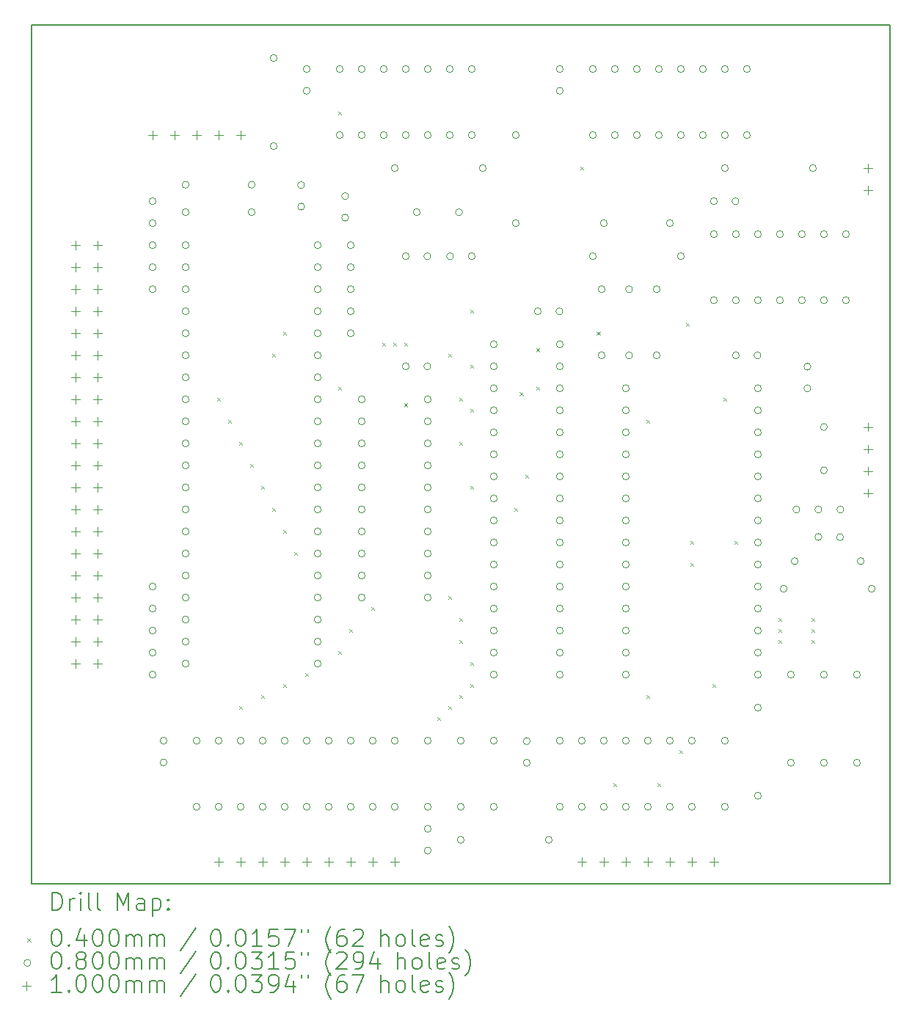
<source format=gbr>
%TF.GenerationSoftware,KiCad,Pcbnew,(7.0.0)*%
%TF.CreationDate,2023-04-25T22:12:04+02:00*%
%TF.ProjectId,cdp-mobo,6364702d-6d6f-4626-9f2e-6b696361645f,1*%
%TF.SameCoordinates,Original*%
%TF.FileFunction,Drillmap*%
%TF.FilePolarity,Positive*%
%FSLAX45Y45*%
G04 Gerber Fmt 4.5, Leading zero omitted, Abs format (unit mm)*
G04 Created by KiCad (PCBNEW (7.0.0)) date 2023-04-25 22:12:04*
%MOMM*%
%LPD*%
G01*
G04 APERTURE LIST*
%ADD10C,0.150000*%
%ADD11C,0.200000*%
%ADD12C,0.040000*%
%ADD13C,0.080000*%
%ADD14C,0.100000*%
G04 APERTURE END LIST*
D10*
X9779000Y-4318000D02*
X19685000Y-4318000D01*
X19685000Y-4318000D02*
X19685000Y-14224000D01*
X19685000Y-14224000D02*
X9779000Y-14224000D01*
X9779000Y-14224000D02*
X9779000Y-4318000D01*
D11*
D12*
X11918000Y-8616000D02*
X11958000Y-8656000D01*
X11958000Y-8616000D02*
X11918000Y-8656000D01*
X12045000Y-8870000D02*
X12085000Y-8910000D01*
X12085000Y-8870000D02*
X12045000Y-8910000D01*
X12172000Y-9124000D02*
X12212000Y-9164000D01*
X12212000Y-9124000D02*
X12172000Y-9164000D01*
X12172000Y-12172000D02*
X12212000Y-12212000D01*
X12212000Y-12172000D02*
X12172000Y-12212000D01*
X12299000Y-9378000D02*
X12339000Y-9418000D01*
X12339000Y-9378000D02*
X12299000Y-9418000D01*
X12426000Y-9632000D02*
X12466000Y-9672000D01*
X12466000Y-9632000D02*
X12426000Y-9672000D01*
X12426000Y-12045000D02*
X12466000Y-12085000D01*
X12466000Y-12045000D02*
X12426000Y-12085000D01*
X12553000Y-8108000D02*
X12593000Y-8148000D01*
X12593000Y-8108000D02*
X12553000Y-8148000D01*
X12553000Y-9886000D02*
X12593000Y-9926000D01*
X12593000Y-9886000D02*
X12553000Y-9926000D01*
X12680000Y-7854000D02*
X12720000Y-7894000D01*
X12720000Y-7854000D02*
X12680000Y-7894000D01*
X12680000Y-10140000D02*
X12720000Y-10180000D01*
X12720000Y-10140000D02*
X12680000Y-10180000D01*
X12680000Y-11918000D02*
X12720000Y-11958000D01*
X12720000Y-11918000D02*
X12680000Y-11958000D01*
X12807000Y-10394000D02*
X12847000Y-10434000D01*
X12847000Y-10394000D02*
X12807000Y-10434000D01*
X12934000Y-11791000D02*
X12974000Y-11831000D01*
X12974000Y-11791000D02*
X12934000Y-11831000D01*
X13315000Y-5314000D02*
X13355000Y-5354000D01*
X13355000Y-5314000D02*
X13315000Y-5354000D01*
X13315000Y-8489000D02*
X13355000Y-8529000D01*
X13355000Y-8489000D02*
X13315000Y-8529000D01*
X13315000Y-11537000D02*
X13355000Y-11577000D01*
X13355000Y-11537000D02*
X13315000Y-11577000D01*
X13442000Y-11283000D02*
X13482000Y-11323000D01*
X13482000Y-11283000D02*
X13442000Y-11323000D01*
X13696000Y-11029000D02*
X13736000Y-11069000D01*
X13736000Y-11029000D02*
X13696000Y-11069000D01*
X13823000Y-7981000D02*
X13863000Y-8021000D01*
X13863000Y-7981000D02*
X13823000Y-8021000D01*
X13950000Y-7981000D02*
X13990000Y-8021000D01*
X13990000Y-7981000D02*
X13950000Y-8021000D01*
X14077000Y-7981000D02*
X14117000Y-8021000D01*
X14117000Y-7981000D02*
X14077000Y-8021000D01*
X14077000Y-8679500D02*
X14117000Y-8719500D01*
X14117000Y-8679500D02*
X14077000Y-8719500D01*
X14458000Y-12299000D02*
X14498000Y-12339000D01*
X14498000Y-12299000D02*
X14458000Y-12339000D01*
X14585000Y-8108000D02*
X14625000Y-8148000D01*
X14625000Y-8108000D02*
X14585000Y-8148000D01*
X14585000Y-10902000D02*
X14625000Y-10942000D01*
X14625000Y-10902000D02*
X14585000Y-10942000D01*
X14585000Y-12172000D02*
X14625000Y-12212000D01*
X14625000Y-12172000D02*
X14585000Y-12212000D01*
X14712000Y-8616000D02*
X14752000Y-8656000D01*
X14752000Y-8616000D02*
X14712000Y-8656000D01*
X14712000Y-9124000D02*
X14752000Y-9164000D01*
X14752000Y-9124000D02*
X14712000Y-9164000D01*
X14712000Y-11156000D02*
X14752000Y-11196000D01*
X14752000Y-11156000D02*
X14712000Y-11196000D01*
X14712000Y-11410000D02*
X14752000Y-11450000D01*
X14752000Y-11410000D02*
X14712000Y-11450000D01*
X14712000Y-12045000D02*
X14752000Y-12085000D01*
X14752000Y-12045000D02*
X14712000Y-12085000D01*
X14839000Y-7600000D02*
X14879000Y-7640000D01*
X14879000Y-7600000D02*
X14839000Y-7640000D01*
X14839000Y-8235000D02*
X14879000Y-8275000D01*
X14879000Y-8235000D02*
X14839000Y-8275000D01*
X14839000Y-8743000D02*
X14879000Y-8783000D01*
X14879000Y-8743000D02*
X14839000Y-8783000D01*
X14839000Y-9632000D02*
X14879000Y-9672000D01*
X14879000Y-9632000D02*
X14839000Y-9672000D01*
X14839000Y-11664000D02*
X14879000Y-11704000D01*
X14879000Y-11664000D02*
X14839000Y-11704000D01*
X14839000Y-11918000D02*
X14879000Y-11958000D01*
X14879000Y-11918000D02*
X14839000Y-11958000D01*
X15347000Y-9886000D02*
X15387000Y-9926000D01*
X15387000Y-9886000D02*
X15347000Y-9926000D01*
X15410500Y-8552500D02*
X15450500Y-8592500D01*
X15450500Y-8552500D02*
X15410500Y-8592500D01*
X15474000Y-9505000D02*
X15514000Y-9545000D01*
X15514000Y-9505000D02*
X15474000Y-9545000D01*
X15601000Y-8044500D02*
X15641000Y-8084500D01*
X15641000Y-8044500D02*
X15601000Y-8084500D01*
X15601000Y-8489000D02*
X15641000Y-8529000D01*
X15641000Y-8489000D02*
X15601000Y-8529000D01*
X16109000Y-5949000D02*
X16149000Y-5989000D01*
X16149000Y-5949000D02*
X16109000Y-5989000D01*
X16299500Y-7854000D02*
X16339500Y-7894000D01*
X16339500Y-7854000D02*
X16299500Y-7894000D01*
X16490000Y-13061000D02*
X16530000Y-13101000D01*
X16530000Y-13061000D02*
X16490000Y-13101000D01*
X16871000Y-8870000D02*
X16911000Y-8910000D01*
X16911000Y-8870000D02*
X16871000Y-8910000D01*
X16871000Y-12045000D02*
X16911000Y-12085000D01*
X16911000Y-12045000D02*
X16871000Y-12085000D01*
X16998000Y-13061000D02*
X17038000Y-13101000D01*
X17038000Y-13061000D02*
X16998000Y-13101000D01*
X17252000Y-12680000D02*
X17292000Y-12720000D01*
X17292000Y-12680000D02*
X17252000Y-12720000D01*
X17328200Y-7752400D02*
X17368200Y-7792400D01*
X17368200Y-7752400D02*
X17328200Y-7792400D01*
X17379000Y-10267000D02*
X17419000Y-10307000D01*
X17419000Y-10267000D02*
X17379000Y-10307000D01*
X17379000Y-10521000D02*
X17419000Y-10561000D01*
X17419000Y-10521000D02*
X17379000Y-10561000D01*
X17633000Y-11918000D02*
X17673000Y-11958000D01*
X17673000Y-11918000D02*
X17633000Y-11958000D01*
X17760000Y-8616000D02*
X17800000Y-8656000D01*
X17800000Y-8616000D02*
X17760000Y-8656000D01*
X17887000Y-10267000D02*
X17927000Y-10307000D01*
X17927000Y-10267000D02*
X17887000Y-10307000D01*
X18395000Y-11156000D02*
X18435000Y-11196000D01*
X18435000Y-11156000D02*
X18395000Y-11196000D01*
X18395000Y-11283000D02*
X18435000Y-11323000D01*
X18435000Y-11283000D02*
X18395000Y-11323000D01*
X18395000Y-11410000D02*
X18435000Y-11450000D01*
X18435000Y-11410000D02*
X18395000Y-11450000D01*
X18776000Y-11156000D02*
X18816000Y-11196000D01*
X18816000Y-11156000D02*
X18776000Y-11196000D01*
X18776000Y-11283000D02*
X18816000Y-11323000D01*
X18816000Y-11283000D02*
X18776000Y-11323000D01*
X18776000Y-11410000D02*
X18816000Y-11450000D01*
X18816000Y-11410000D02*
X18776000Y-11450000D01*
D13*
X11216000Y-6350000D02*
G75*
G03*
X11216000Y-6350000I-40000J0D01*
G01*
X11216000Y-6604000D02*
G75*
G03*
X11216000Y-6604000I-40000J0D01*
G01*
X11216000Y-6858000D02*
G75*
G03*
X11216000Y-6858000I-40000J0D01*
G01*
X11216000Y-7112000D02*
G75*
G03*
X11216000Y-7112000I-40000J0D01*
G01*
X11216000Y-7366000D02*
G75*
G03*
X11216000Y-7366000I-40000J0D01*
G01*
X11216000Y-10795000D02*
G75*
G03*
X11216000Y-10795000I-40000J0D01*
G01*
X11216000Y-11049000D02*
G75*
G03*
X11216000Y-11049000I-40000J0D01*
G01*
X11216000Y-11303000D02*
G75*
G03*
X11216000Y-11303000I-40000J0D01*
G01*
X11216000Y-11557000D02*
G75*
G03*
X11216000Y-11557000I-40000J0D01*
G01*
X11216000Y-11811000D02*
G75*
G03*
X11216000Y-11811000I-40000J0D01*
G01*
X11343000Y-12573000D02*
G75*
G03*
X11343000Y-12573000I-40000J0D01*
G01*
X11343000Y-12823000D02*
G75*
G03*
X11343000Y-12823000I-40000J0D01*
G01*
X11597000Y-6159500D02*
G75*
G03*
X11597000Y-6159500I-40000J0D01*
G01*
X11597000Y-6477000D02*
G75*
G03*
X11597000Y-6477000I-40000J0D01*
G01*
X11597000Y-6858000D02*
G75*
G03*
X11597000Y-6858000I-40000J0D01*
G01*
X11597000Y-7112000D02*
G75*
G03*
X11597000Y-7112000I-40000J0D01*
G01*
X11597000Y-7366000D02*
G75*
G03*
X11597000Y-7366000I-40000J0D01*
G01*
X11597000Y-7620000D02*
G75*
G03*
X11597000Y-7620000I-40000J0D01*
G01*
X11597000Y-7874000D02*
G75*
G03*
X11597000Y-7874000I-40000J0D01*
G01*
X11597000Y-8128000D02*
G75*
G03*
X11597000Y-8128000I-40000J0D01*
G01*
X11597000Y-8382000D02*
G75*
G03*
X11597000Y-8382000I-40000J0D01*
G01*
X11597000Y-8636000D02*
G75*
G03*
X11597000Y-8636000I-40000J0D01*
G01*
X11597000Y-8890000D02*
G75*
G03*
X11597000Y-8890000I-40000J0D01*
G01*
X11597000Y-9144000D02*
G75*
G03*
X11597000Y-9144000I-40000J0D01*
G01*
X11597000Y-9398000D02*
G75*
G03*
X11597000Y-9398000I-40000J0D01*
G01*
X11597000Y-9652000D02*
G75*
G03*
X11597000Y-9652000I-40000J0D01*
G01*
X11597000Y-9906000D02*
G75*
G03*
X11597000Y-9906000I-40000J0D01*
G01*
X11597000Y-10160000D02*
G75*
G03*
X11597000Y-10160000I-40000J0D01*
G01*
X11597000Y-10414000D02*
G75*
G03*
X11597000Y-10414000I-40000J0D01*
G01*
X11597000Y-10668000D02*
G75*
G03*
X11597000Y-10668000I-40000J0D01*
G01*
X11597000Y-10922000D02*
G75*
G03*
X11597000Y-10922000I-40000J0D01*
G01*
X11597000Y-11176000D02*
G75*
G03*
X11597000Y-11176000I-40000J0D01*
G01*
X11597000Y-11430000D02*
G75*
G03*
X11597000Y-11430000I-40000J0D01*
G01*
X11597000Y-11684000D02*
G75*
G03*
X11597000Y-11684000I-40000J0D01*
G01*
X11724000Y-12573000D02*
G75*
G03*
X11724000Y-12573000I-40000J0D01*
G01*
X11724000Y-13335000D02*
G75*
G03*
X11724000Y-13335000I-40000J0D01*
G01*
X11978000Y-12573000D02*
G75*
G03*
X11978000Y-12573000I-40000J0D01*
G01*
X11978000Y-13335000D02*
G75*
G03*
X11978000Y-13335000I-40000J0D01*
G01*
X12232000Y-12573000D02*
G75*
G03*
X12232000Y-12573000I-40000J0D01*
G01*
X12232000Y-13335000D02*
G75*
G03*
X12232000Y-13335000I-40000J0D01*
G01*
X12359000Y-6159500D02*
G75*
G03*
X12359000Y-6159500I-40000J0D01*
G01*
X12359000Y-6477000D02*
G75*
G03*
X12359000Y-6477000I-40000J0D01*
G01*
X12486000Y-12573000D02*
G75*
G03*
X12486000Y-12573000I-40000J0D01*
G01*
X12486000Y-13335000D02*
G75*
G03*
X12486000Y-13335000I-40000J0D01*
G01*
X12613000Y-4699000D02*
G75*
G03*
X12613000Y-4699000I-40000J0D01*
G01*
X12613000Y-5715000D02*
G75*
G03*
X12613000Y-5715000I-40000J0D01*
G01*
X12740000Y-12573000D02*
G75*
G03*
X12740000Y-12573000I-40000J0D01*
G01*
X12740000Y-13335000D02*
G75*
G03*
X12740000Y-13335000I-40000J0D01*
G01*
X12930500Y-6163500D02*
G75*
G03*
X12930500Y-6163500I-40000J0D01*
G01*
X12930500Y-6413500D02*
G75*
G03*
X12930500Y-6413500I-40000J0D01*
G01*
X12994000Y-4826000D02*
G75*
G03*
X12994000Y-4826000I-40000J0D01*
G01*
X12994000Y-5076000D02*
G75*
G03*
X12994000Y-5076000I-40000J0D01*
G01*
X12994000Y-12573000D02*
G75*
G03*
X12994000Y-12573000I-40000J0D01*
G01*
X12994000Y-13335000D02*
G75*
G03*
X12994000Y-13335000I-40000J0D01*
G01*
X13121000Y-6858000D02*
G75*
G03*
X13121000Y-6858000I-40000J0D01*
G01*
X13121000Y-7112000D02*
G75*
G03*
X13121000Y-7112000I-40000J0D01*
G01*
X13121000Y-7366000D02*
G75*
G03*
X13121000Y-7366000I-40000J0D01*
G01*
X13121000Y-7620000D02*
G75*
G03*
X13121000Y-7620000I-40000J0D01*
G01*
X13121000Y-7874000D02*
G75*
G03*
X13121000Y-7874000I-40000J0D01*
G01*
X13121000Y-8128000D02*
G75*
G03*
X13121000Y-8128000I-40000J0D01*
G01*
X13121000Y-8382000D02*
G75*
G03*
X13121000Y-8382000I-40000J0D01*
G01*
X13121000Y-8636000D02*
G75*
G03*
X13121000Y-8636000I-40000J0D01*
G01*
X13121000Y-8890000D02*
G75*
G03*
X13121000Y-8890000I-40000J0D01*
G01*
X13121000Y-9144000D02*
G75*
G03*
X13121000Y-9144000I-40000J0D01*
G01*
X13121000Y-9398000D02*
G75*
G03*
X13121000Y-9398000I-40000J0D01*
G01*
X13121000Y-9652000D02*
G75*
G03*
X13121000Y-9652000I-40000J0D01*
G01*
X13121000Y-9906000D02*
G75*
G03*
X13121000Y-9906000I-40000J0D01*
G01*
X13121000Y-10160000D02*
G75*
G03*
X13121000Y-10160000I-40000J0D01*
G01*
X13121000Y-10414000D02*
G75*
G03*
X13121000Y-10414000I-40000J0D01*
G01*
X13121000Y-10668000D02*
G75*
G03*
X13121000Y-10668000I-40000J0D01*
G01*
X13121000Y-10922000D02*
G75*
G03*
X13121000Y-10922000I-40000J0D01*
G01*
X13121000Y-11176000D02*
G75*
G03*
X13121000Y-11176000I-40000J0D01*
G01*
X13121000Y-11430000D02*
G75*
G03*
X13121000Y-11430000I-40000J0D01*
G01*
X13121000Y-11684000D02*
G75*
G03*
X13121000Y-11684000I-40000J0D01*
G01*
X13248000Y-12573000D02*
G75*
G03*
X13248000Y-12573000I-40000J0D01*
G01*
X13248000Y-13335000D02*
G75*
G03*
X13248000Y-13335000I-40000J0D01*
G01*
X13375000Y-4826000D02*
G75*
G03*
X13375000Y-4826000I-40000J0D01*
G01*
X13375000Y-5588000D02*
G75*
G03*
X13375000Y-5588000I-40000J0D01*
G01*
X13438500Y-6290500D02*
G75*
G03*
X13438500Y-6290500I-40000J0D01*
G01*
X13438500Y-6540500D02*
G75*
G03*
X13438500Y-6540500I-40000J0D01*
G01*
X13502000Y-6858000D02*
G75*
G03*
X13502000Y-6858000I-40000J0D01*
G01*
X13502000Y-7112000D02*
G75*
G03*
X13502000Y-7112000I-40000J0D01*
G01*
X13502000Y-7366000D02*
G75*
G03*
X13502000Y-7366000I-40000J0D01*
G01*
X13502000Y-7620000D02*
G75*
G03*
X13502000Y-7620000I-40000J0D01*
G01*
X13502000Y-7874000D02*
G75*
G03*
X13502000Y-7874000I-40000J0D01*
G01*
X13502000Y-12573000D02*
G75*
G03*
X13502000Y-12573000I-40000J0D01*
G01*
X13502000Y-13335000D02*
G75*
G03*
X13502000Y-13335000I-40000J0D01*
G01*
X13629000Y-4826000D02*
G75*
G03*
X13629000Y-4826000I-40000J0D01*
G01*
X13629000Y-5588000D02*
G75*
G03*
X13629000Y-5588000I-40000J0D01*
G01*
X13629000Y-8636000D02*
G75*
G03*
X13629000Y-8636000I-40000J0D01*
G01*
X13629000Y-8890000D02*
G75*
G03*
X13629000Y-8890000I-40000J0D01*
G01*
X13629000Y-9144000D02*
G75*
G03*
X13629000Y-9144000I-40000J0D01*
G01*
X13629000Y-9398000D02*
G75*
G03*
X13629000Y-9398000I-40000J0D01*
G01*
X13629000Y-9652000D02*
G75*
G03*
X13629000Y-9652000I-40000J0D01*
G01*
X13629000Y-9906000D02*
G75*
G03*
X13629000Y-9906000I-40000J0D01*
G01*
X13629000Y-10160000D02*
G75*
G03*
X13629000Y-10160000I-40000J0D01*
G01*
X13629000Y-10414000D02*
G75*
G03*
X13629000Y-10414000I-40000J0D01*
G01*
X13629000Y-10668000D02*
G75*
G03*
X13629000Y-10668000I-40000J0D01*
G01*
X13629000Y-10922000D02*
G75*
G03*
X13629000Y-10922000I-40000J0D01*
G01*
X13756000Y-12573000D02*
G75*
G03*
X13756000Y-12573000I-40000J0D01*
G01*
X13756000Y-13335000D02*
G75*
G03*
X13756000Y-13335000I-40000J0D01*
G01*
X13883000Y-4826000D02*
G75*
G03*
X13883000Y-4826000I-40000J0D01*
G01*
X13883000Y-5588000D02*
G75*
G03*
X13883000Y-5588000I-40000J0D01*
G01*
X14010000Y-5969000D02*
G75*
G03*
X14010000Y-5969000I-40000J0D01*
G01*
X14010000Y-12573000D02*
G75*
G03*
X14010000Y-12573000I-40000J0D01*
G01*
X14010000Y-13335000D02*
G75*
G03*
X14010000Y-13335000I-40000J0D01*
G01*
X14137000Y-4826000D02*
G75*
G03*
X14137000Y-4826000I-40000J0D01*
G01*
X14137000Y-5588000D02*
G75*
G03*
X14137000Y-5588000I-40000J0D01*
G01*
X14137000Y-6985000D02*
G75*
G03*
X14137000Y-6985000I-40000J0D01*
G01*
X14137000Y-8255000D02*
G75*
G03*
X14137000Y-8255000I-40000J0D01*
G01*
X14264000Y-6477000D02*
G75*
G03*
X14264000Y-6477000I-40000J0D01*
G01*
X14387000Y-6985000D02*
G75*
G03*
X14387000Y-6985000I-40000J0D01*
G01*
X14387000Y-8255000D02*
G75*
G03*
X14387000Y-8255000I-40000J0D01*
G01*
X14391000Y-4826000D02*
G75*
G03*
X14391000Y-4826000I-40000J0D01*
G01*
X14391000Y-5588000D02*
G75*
G03*
X14391000Y-5588000I-40000J0D01*
G01*
X14391000Y-8636000D02*
G75*
G03*
X14391000Y-8636000I-40000J0D01*
G01*
X14391000Y-8890000D02*
G75*
G03*
X14391000Y-8890000I-40000J0D01*
G01*
X14391000Y-9144000D02*
G75*
G03*
X14391000Y-9144000I-40000J0D01*
G01*
X14391000Y-9398000D02*
G75*
G03*
X14391000Y-9398000I-40000J0D01*
G01*
X14391000Y-9652000D02*
G75*
G03*
X14391000Y-9652000I-40000J0D01*
G01*
X14391000Y-9906000D02*
G75*
G03*
X14391000Y-9906000I-40000J0D01*
G01*
X14391000Y-10160000D02*
G75*
G03*
X14391000Y-10160000I-40000J0D01*
G01*
X14391000Y-10414000D02*
G75*
G03*
X14391000Y-10414000I-40000J0D01*
G01*
X14391000Y-10668000D02*
G75*
G03*
X14391000Y-10668000I-40000J0D01*
G01*
X14391000Y-10922000D02*
G75*
G03*
X14391000Y-10922000I-40000J0D01*
G01*
X14391000Y-12573000D02*
G75*
G03*
X14391000Y-12573000I-40000J0D01*
G01*
X14391000Y-13335000D02*
G75*
G03*
X14391000Y-13335000I-40000J0D01*
G01*
X14391000Y-13589000D02*
G75*
G03*
X14391000Y-13589000I-40000J0D01*
G01*
X14391000Y-13839000D02*
G75*
G03*
X14391000Y-13839000I-40000J0D01*
G01*
X14645000Y-4826000D02*
G75*
G03*
X14645000Y-4826000I-40000J0D01*
G01*
X14645000Y-5588000D02*
G75*
G03*
X14645000Y-5588000I-40000J0D01*
G01*
X14649000Y-6985000D02*
G75*
G03*
X14649000Y-6985000I-40000J0D01*
G01*
X14752000Y-6477000D02*
G75*
G03*
X14752000Y-6477000I-40000J0D01*
G01*
X14772000Y-12573000D02*
G75*
G03*
X14772000Y-12573000I-40000J0D01*
G01*
X14772000Y-13335000D02*
G75*
G03*
X14772000Y-13335000I-40000J0D01*
G01*
X14772000Y-13716000D02*
G75*
G03*
X14772000Y-13716000I-40000J0D01*
G01*
X14899000Y-4826000D02*
G75*
G03*
X14899000Y-4826000I-40000J0D01*
G01*
X14899000Y-5588000D02*
G75*
G03*
X14899000Y-5588000I-40000J0D01*
G01*
X14899000Y-6985000D02*
G75*
G03*
X14899000Y-6985000I-40000J0D01*
G01*
X15026000Y-5969000D02*
G75*
G03*
X15026000Y-5969000I-40000J0D01*
G01*
X15153000Y-8001000D02*
G75*
G03*
X15153000Y-8001000I-40000J0D01*
G01*
X15153000Y-8255000D02*
G75*
G03*
X15153000Y-8255000I-40000J0D01*
G01*
X15153000Y-8509000D02*
G75*
G03*
X15153000Y-8509000I-40000J0D01*
G01*
X15153000Y-8763000D02*
G75*
G03*
X15153000Y-8763000I-40000J0D01*
G01*
X15153000Y-9017000D02*
G75*
G03*
X15153000Y-9017000I-40000J0D01*
G01*
X15153000Y-9271000D02*
G75*
G03*
X15153000Y-9271000I-40000J0D01*
G01*
X15153000Y-9525000D02*
G75*
G03*
X15153000Y-9525000I-40000J0D01*
G01*
X15153000Y-9779000D02*
G75*
G03*
X15153000Y-9779000I-40000J0D01*
G01*
X15153000Y-10033000D02*
G75*
G03*
X15153000Y-10033000I-40000J0D01*
G01*
X15153000Y-10287000D02*
G75*
G03*
X15153000Y-10287000I-40000J0D01*
G01*
X15153000Y-10541000D02*
G75*
G03*
X15153000Y-10541000I-40000J0D01*
G01*
X15153000Y-10795000D02*
G75*
G03*
X15153000Y-10795000I-40000J0D01*
G01*
X15153000Y-11049000D02*
G75*
G03*
X15153000Y-11049000I-40000J0D01*
G01*
X15153000Y-11303000D02*
G75*
G03*
X15153000Y-11303000I-40000J0D01*
G01*
X15153000Y-11557000D02*
G75*
G03*
X15153000Y-11557000I-40000J0D01*
G01*
X15153000Y-11811000D02*
G75*
G03*
X15153000Y-11811000I-40000J0D01*
G01*
X15153000Y-12573000D02*
G75*
G03*
X15153000Y-12573000I-40000J0D01*
G01*
X15153000Y-13335000D02*
G75*
G03*
X15153000Y-13335000I-40000J0D01*
G01*
X15407000Y-5588000D02*
G75*
G03*
X15407000Y-5588000I-40000J0D01*
G01*
X15407000Y-6604000D02*
G75*
G03*
X15407000Y-6604000I-40000J0D01*
G01*
X15534000Y-12577000D02*
G75*
G03*
X15534000Y-12577000I-40000J0D01*
G01*
X15534000Y-12827000D02*
G75*
G03*
X15534000Y-12827000I-40000J0D01*
G01*
X15661000Y-7620000D02*
G75*
G03*
X15661000Y-7620000I-40000J0D01*
G01*
X15788000Y-13716000D02*
G75*
G03*
X15788000Y-13716000I-40000J0D01*
G01*
X15911000Y-7620000D02*
G75*
G03*
X15911000Y-7620000I-40000J0D01*
G01*
X15915000Y-4826000D02*
G75*
G03*
X15915000Y-4826000I-40000J0D01*
G01*
X15915000Y-5076000D02*
G75*
G03*
X15915000Y-5076000I-40000J0D01*
G01*
X15915000Y-8001000D02*
G75*
G03*
X15915000Y-8001000I-40000J0D01*
G01*
X15915000Y-8255000D02*
G75*
G03*
X15915000Y-8255000I-40000J0D01*
G01*
X15915000Y-8509000D02*
G75*
G03*
X15915000Y-8509000I-40000J0D01*
G01*
X15915000Y-8763000D02*
G75*
G03*
X15915000Y-8763000I-40000J0D01*
G01*
X15915000Y-9017000D02*
G75*
G03*
X15915000Y-9017000I-40000J0D01*
G01*
X15915000Y-9271000D02*
G75*
G03*
X15915000Y-9271000I-40000J0D01*
G01*
X15915000Y-9525000D02*
G75*
G03*
X15915000Y-9525000I-40000J0D01*
G01*
X15915000Y-9779000D02*
G75*
G03*
X15915000Y-9779000I-40000J0D01*
G01*
X15915000Y-10033000D02*
G75*
G03*
X15915000Y-10033000I-40000J0D01*
G01*
X15915000Y-10287000D02*
G75*
G03*
X15915000Y-10287000I-40000J0D01*
G01*
X15915000Y-10541000D02*
G75*
G03*
X15915000Y-10541000I-40000J0D01*
G01*
X15915000Y-10795000D02*
G75*
G03*
X15915000Y-10795000I-40000J0D01*
G01*
X15915000Y-11049000D02*
G75*
G03*
X15915000Y-11049000I-40000J0D01*
G01*
X15915000Y-11303000D02*
G75*
G03*
X15915000Y-11303000I-40000J0D01*
G01*
X15915000Y-11557000D02*
G75*
G03*
X15915000Y-11557000I-40000J0D01*
G01*
X15915000Y-11811000D02*
G75*
G03*
X15915000Y-11811000I-40000J0D01*
G01*
X15915000Y-12573000D02*
G75*
G03*
X15915000Y-12573000I-40000J0D01*
G01*
X15915000Y-13335000D02*
G75*
G03*
X15915000Y-13335000I-40000J0D01*
G01*
X16169000Y-12573000D02*
G75*
G03*
X16169000Y-12573000I-40000J0D01*
G01*
X16169000Y-13335000D02*
G75*
G03*
X16169000Y-13335000I-40000J0D01*
G01*
X16296000Y-4826000D02*
G75*
G03*
X16296000Y-4826000I-40000J0D01*
G01*
X16296000Y-5588000D02*
G75*
G03*
X16296000Y-5588000I-40000J0D01*
G01*
X16296000Y-6985000D02*
G75*
G03*
X16296000Y-6985000I-40000J0D01*
G01*
X16397600Y-7366000D02*
G75*
G03*
X16397600Y-7366000I-40000J0D01*
G01*
X16397600Y-8128000D02*
G75*
G03*
X16397600Y-8128000I-40000J0D01*
G01*
X16423000Y-6604000D02*
G75*
G03*
X16423000Y-6604000I-40000J0D01*
G01*
X16423000Y-12573000D02*
G75*
G03*
X16423000Y-12573000I-40000J0D01*
G01*
X16423000Y-13335000D02*
G75*
G03*
X16423000Y-13335000I-40000J0D01*
G01*
X16550000Y-4826000D02*
G75*
G03*
X16550000Y-4826000I-40000J0D01*
G01*
X16550000Y-5588000D02*
G75*
G03*
X16550000Y-5588000I-40000J0D01*
G01*
X16677000Y-8509000D02*
G75*
G03*
X16677000Y-8509000I-40000J0D01*
G01*
X16677000Y-8763000D02*
G75*
G03*
X16677000Y-8763000I-40000J0D01*
G01*
X16677000Y-9017000D02*
G75*
G03*
X16677000Y-9017000I-40000J0D01*
G01*
X16677000Y-9271000D02*
G75*
G03*
X16677000Y-9271000I-40000J0D01*
G01*
X16677000Y-9525000D02*
G75*
G03*
X16677000Y-9525000I-40000J0D01*
G01*
X16677000Y-9779000D02*
G75*
G03*
X16677000Y-9779000I-40000J0D01*
G01*
X16677000Y-10033000D02*
G75*
G03*
X16677000Y-10033000I-40000J0D01*
G01*
X16677000Y-10287000D02*
G75*
G03*
X16677000Y-10287000I-40000J0D01*
G01*
X16677000Y-10541000D02*
G75*
G03*
X16677000Y-10541000I-40000J0D01*
G01*
X16677000Y-10795000D02*
G75*
G03*
X16677000Y-10795000I-40000J0D01*
G01*
X16677000Y-11049000D02*
G75*
G03*
X16677000Y-11049000I-40000J0D01*
G01*
X16677000Y-11303000D02*
G75*
G03*
X16677000Y-11303000I-40000J0D01*
G01*
X16677000Y-11557000D02*
G75*
G03*
X16677000Y-11557000I-40000J0D01*
G01*
X16677000Y-11811000D02*
G75*
G03*
X16677000Y-11811000I-40000J0D01*
G01*
X16677000Y-12573000D02*
G75*
G03*
X16677000Y-12573000I-40000J0D01*
G01*
X16677000Y-13335000D02*
G75*
G03*
X16677000Y-13335000I-40000J0D01*
G01*
X16715100Y-7366000D02*
G75*
G03*
X16715100Y-7366000I-40000J0D01*
G01*
X16715100Y-8128000D02*
G75*
G03*
X16715100Y-8128000I-40000J0D01*
G01*
X16804000Y-4826000D02*
G75*
G03*
X16804000Y-4826000I-40000J0D01*
G01*
X16804000Y-5588000D02*
G75*
G03*
X16804000Y-5588000I-40000J0D01*
G01*
X16931000Y-12573000D02*
G75*
G03*
X16931000Y-12573000I-40000J0D01*
G01*
X16931000Y-13335000D02*
G75*
G03*
X16931000Y-13335000I-40000J0D01*
G01*
X17032600Y-7366000D02*
G75*
G03*
X17032600Y-7366000I-40000J0D01*
G01*
X17032600Y-8128000D02*
G75*
G03*
X17032600Y-8128000I-40000J0D01*
G01*
X17058000Y-4826000D02*
G75*
G03*
X17058000Y-4826000I-40000J0D01*
G01*
X17058000Y-5588000D02*
G75*
G03*
X17058000Y-5588000I-40000J0D01*
G01*
X17185000Y-6604000D02*
G75*
G03*
X17185000Y-6604000I-40000J0D01*
G01*
X17185000Y-12573000D02*
G75*
G03*
X17185000Y-12573000I-40000J0D01*
G01*
X17185000Y-13335000D02*
G75*
G03*
X17185000Y-13335000I-40000J0D01*
G01*
X17312000Y-4826000D02*
G75*
G03*
X17312000Y-4826000I-40000J0D01*
G01*
X17312000Y-5588000D02*
G75*
G03*
X17312000Y-5588000I-40000J0D01*
G01*
X17312000Y-6985000D02*
G75*
G03*
X17312000Y-6985000I-40000J0D01*
G01*
X17439000Y-12573000D02*
G75*
G03*
X17439000Y-12573000I-40000J0D01*
G01*
X17439000Y-13335000D02*
G75*
G03*
X17439000Y-13335000I-40000J0D01*
G01*
X17566000Y-4826000D02*
G75*
G03*
X17566000Y-4826000I-40000J0D01*
G01*
X17566000Y-5588000D02*
G75*
G03*
X17566000Y-5588000I-40000J0D01*
G01*
X17693000Y-6350000D02*
G75*
G03*
X17693000Y-6350000I-40000J0D01*
G01*
X17693000Y-6731000D02*
G75*
G03*
X17693000Y-6731000I-40000J0D01*
G01*
X17693000Y-7493000D02*
G75*
G03*
X17693000Y-7493000I-40000J0D01*
G01*
X17820000Y-4826000D02*
G75*
G03*
X17820000Y-4826000I-40000J0D01*
G01*
X17820000Y-5588000D02*
G75*
G03*
X17820000Y-5588000I-40000J0D01*
G01*
X17820000Y-5969000D02*
G75*
G03*
X17820000Y-5969000I-40000J0D01*
G01*
X17820000Y-12573000D02*
G75*
G03*
X17820000Y-12573000I-40000J0D01*
G01*
X17820000Y-13335000D02*
G75*
G03*
X17820000Y-13335000I-40000J0D01*
G01*
X17943000Y-6350000D02*
G75*
G03*
X17943000Y-6350000I-40000J0D01*
G01*
X17947000Y-6731000D02*
G75*
G03*
X17947000Y-6731000I-40000J0D01*
G01*
X17947000Y-7493000D02*
G75*
G03*
X17947000Y-7493000I-40000J0D01*
G01*
X17947000Y-8128000D02*
G75*
G03*
X17947000Y-8128000I-40000J0D01*
G01*
X18074000Y-4826000D02*
G75*
G03*
X18074000Y-4826000I-40000J0D01*
G01*
X18074000Y-5588000D02*
G75*
G03*
X18074000Y-5588000I-40000J0D01*
G01*
X18197000Y-8128000D02*
G75*
G03*
X18197000Y-8128000I-40000J0D01*
G01*
X18201000Y-6731000D02*
G75*
G03*
X18201000Y-6731000I-40000J0D01*
G01*
X18201000Y-7493000D02*
G75*
G03*
X18201000Y-7493000I-40000J0D01*
G01*
X18201000Y-8509000D02*
G75*
G03*
X18201000Y-8509000I-40000J0D01*
G01*
X18201000Y-8763000D02*
G75*
G03*
X18201000Y-8763000I-40000J0D01*
G01*
X18201000Y-9017000D02*
G75*
G03*
X18201000Y-9017000I-40000J0D01*
G01*
X18201000Y-9271000D02*
G75*
G03*
X18201000Y-9271000I-40000J0D01*
G01*
X18201000Y-9525000D02*
G75*
G03*
X18201000Y-9525000I-40000J0D01*
G01*
X18201000Y-9779000D02*
G75*
G03*
X18201000Y-9779000I-40000J0D01*
G01*
X18201000Y-10033000D02*
G75*
G03*
X18201000Y-10033000I-40000J0D01*
G01*
X18201000Y-10287000D02*
G75*
G03*
X18201000Y-10287000I-40000J0D01*
G01*
X18201000Y-10541000D02*
G75*
G03*
X18201000Y-10541000I-40000J0D01*
G01*
X18201000Y-10795000D02*
G75*
G03*
X18201000Y-10795000I-40000J0D01*
G01*
X18201000Y-11049000D02*
G75*
G03*
X18201000Y-11049000I-40000J0D01*
G01*
X18201000Y-11303000D02*
G75*
G03*
X18201000Y-11303000I-40000J0D01*
G01*
X18201000Y-11557000D02*
G75*
G03*
X18201000Y-11557000I-40000J0D01*
G01*
X18201000Y-11811000D02*
G75*
G03*
X18201000Y-11811000I-40000J0D01*
G01*
X18201000Y-12192000D02*
G75*
G03*
X18201000Y-12192000I-40000J0D01*
G01*
X18201000Y-13208000D02*
G75*
G03*
X18201000Y-13208000I-40000J0D01*
G01*
X18455000Y-6731000D02*
G75*
G03*
X18455000Y-6731000I-40000J0D01*
G01*
X18455000Y-7493000D02*
G75*
G03*
X18455000Y-7493000I-40000J0D01*
G01*
X18499000Y-10820500D02*
G75*
G03*
X18499000Y-10820500I-40000J0D01*
G01*
X18582000Y-11811000D02*
G75*
G03*
X18582000Y-11811000I-40000J0D01*
G01*
X18582000Y-12827000D02*
G75*
G03*
X18582000Y-12827000I-40000J0D01*
G01*
X18626000Y-10502000D02*
G75*
G03*
X18626000Y-10502000I-40000J0D01*
G01*
X18645500Y-9906000D02*
G75*
G03*
X18645500Y-9906000I-40000J0D01*
G01*
X18709000Y-6731000D02*
G75*
G03*
X18709000Y-6731000I-40000J0D01*
G01*
X18709000Y-7493000D02*
G75*
G03*
X18709000Y-7493000I-40000J0D01*
G01*
X18772500Y-8259000D02*
G75*
G03*
X18772500Y-8259000I-40000J0D01*
G01*
X18772500Y-8509000D02*
G75*
G03*
X18772500Y-8509000I-40000J0D01*
G01*
X18836000Y-5969000D02*
G75*
G03*
X18836000Y-5969000I-40000J0D01*
G01*
X18899500Y-9906000D02*
G75*
G03*
X18899500Y-9906000I-40000J0D01*
G01*
X18899500Y-10223500D02*
G75*
G03*
X18899500Y-10223500I-40000J0D01*
G01*
X18963000Y-6731000D02*
G75*
G03*
X18963000Y-6731000I-40000J0D01*
G01*
X18963000Y-7493000D02*
G75*
G03*
X18963000Y-7493000I-40000J0D01*
G01*
X18963000Y-8953500D02*
G75*
G03*
X18963000Y-8953500I-40000J0D01*
G01*
X18963000Y-9453500D02*
G75*
G03*
X18963000Y-9453500I-40000J0D01*
G01*
X18963000Y-11811000D02*
G75*
G03*
X18963000Y-11811000I-40000J0D01*
G01*
X18963000Y-12827000D02*
G75*
G03*
X18963000Y-12827000I-40000J0D01*
G01*
X19149500Y-10223500D02*
G75*
G03*
X19149500Y-10223500I-40000J0D01*
G01*
X19153500Y-9906000D02*
G75*
G03*
X19153500Y-9906000I-40000J0D01*
G01*
X19217000Y-6731000D02*
G75*
G03*
X19217000Y-6731000I-40000J0D01*
G01*
X19217000Y-7493000D02*
G75*
G03*
X19217000Y-7493000I-40000J0D01*
G01*
X19344000Y-11811000D02*
G75*
G03*
X19344000Y-11811000I-40000J0D01*
G01*
X19344000Y-12827000D02*
G75*
G03*
X19344000Y-12827000I-40000J0D01*
G01*
X19388000Y-10502000D02*
G75*
G03*
X19388000Y-10502000I-40000J0D01*
G01*
X19515000Y-10820500D02*
G75*
G03*
X19515000Y-10820500I-40000J0D01*
G01*
D14*
X10287000Y-6808000D02*
X10287000Y-6908000D01*
X10237000Y-6858000D02*
X10337000Y-6858000D01*
X10287000Y-7062000D02*
X10287000Y-7162000D01*
X10237000Y-7112000D02*
X10337000Y-7112000D01*
X10287000Y-7316000D02*
X10287000Y-7416000D01*
X10237000Y-7366000D02*
X10337000Y-7366000D01*
X10287000Y-7570000D02*
X10287000Y-7670000D01*
X10237000Y-7620000D02*
X10337000Y-7620000D01*
X10287000Y-7824000D02*
X10287000Y-7924000D01*
X10237000Y-7874000D02*
X10337000Y-7874000D01*
X10287000Y-8078000D02*
X10287000Y-8178000D01*
X10237000Y-8128000D02*
X10337000Y-8128000D01*
X10287000Y-8332000D02*
X10287000Y-8432000D01*
X10237000Y-8382000D02*
X10337000Y-8382000D01*
X10287000Y-8586000D02*
X10287000Y-8686000D01*
X10237000Y-8636000D02*
X10337000Y-8636000D01*
X10287000Y-8840000D02*
X10287000Y-8940000D01*
X10237000Y-8890000D02*
X10337000Y-8890000D01*
X10287000Y-9094000D02*
X10287000Y-9194000D01*
X10237000Y-9144000D02*
X10337000Y-9144000D01*
X10287000Y-9348000D02*
X10287000Y-9448000D01*
X10237000Y-9398000D02*
X10337000Y-9398000D01*
X10287000Y-9602000D02*
X10287000Y-9702000D01*
X10237000Y-9652000D02*
X10337000Y-9652000D01*
X10287000Y-9856000D02*
X10287000Y-9956000D01*
X10237000Y-9906000D02*
X10337000Y-9906000D01*
X10287000Y-10110000D02*
X10287000Y-10210000D01*
X10237000Y-10160000D02*
X10337000Y-10160000D01*
X10287000Y-10364000D02*
X10287000Y-10464000D01*
X10237000Y-10414000D02*
X10337000Y-10414000D01*
X10287000Y-10618000D02*
X10287000Y-10718000D01*
X10237000Y-10668000D02*
X10337000Y-10668000D01*
X10287000Y-10872000D02*
X10287000Y-10972000D01*
X10237000Y-10922000D02*
X10337000Y-10922000D01*
X10287000Y-11126000D02*
X10287000Y-11226000D01*
X10237000Y-11176000D02*
X10337000Y-11176000D01*
X10287000Y-11380000D02*
X10287000Y-11480000D01*
X10237000Y-11430000D02*
X10337000Y-11430000D01*
X10287000Y-11634000D02*
X10287000Y-11734000D01*
X10237000Y-11684000D02*
X10337000Y-11684000D01*
X10541000Y-6808000D02*
X10541000Y-6908000D01*
X10491000Y-6858000D02*
X10591000Y-6858000D01*
X10541000Y-7062000D02*
X10541000Y-7162000D01*
X10491000Y-7112000D02*
X10591000Y-7112000D01*
X10541000Y-7316000D02*
X10541000Y-7416000D01*
X10491000Y-7366000D02*
X10591000Y-7366000D01*
X10541000Y-7570000D02*
X10541000Y-7670000D01*
X10491000Y-7620000D02*
X10591000Y-7620000D01*
X10541000Y-7824000D02*
X10541000Y-7924000D01*
X10491000Y-7874000D02*
X10591000Y-7874000D01*
X10541000Y-8078000D02*
X10541000Y-8178000D01*
X10491000Y-8128000D02*
X10591000Y-8128000D01*
X10541000Y-8332000D02*
X10541000Y-8432000D01*
X10491000Y-8382000D02*
X10591000Y-8382000D01*
X10541000Y-8586000D02*
X10541000Y-8686000D01*
X10491000Y-8636000D02*
X10591000Y-8636000D01*
X10541000Y-8840000D02*
X10541000Y-8940000D01*
X10491000Y-8890000D02*
X10591000Y-8890000D01*
X10541000Y-9094000D02*
X10541000Y-9194000D01*
X10491000Y-9144000D02*
X10591000Y-9144000D01*
X10541000Y-9348000D02*
X10541000Y-9448000D01*
X10491000Y-9398000D02*
X10591000Y-9398000D01*
X10541000Y-9602000D02*
X10541000Y-9702000D01*
X10491000Y-9652000D02*
X10591000Y-9652000D01*
X10541000Y-9856000D02*
X10541000Y-9956000D01*
X10491000Y-9906000D02*
X10591000Y-9906000D01*
X10541000Y-10110000D02*
X10541000Y-10210000D01*
X10491000Y-10160000D02*
X10591000Y-10160000D01*
X10541000Y-10364000D02*
X10541000Y-10464000D01*
X10491000Y-10414000D02*
X10591000Y-10414000D01*
X10541000Y-10618000D02*
X10541000Y-10718000D01*
X10491000Y-10668000D02*
X10591000Y-10668000D01*
X10541000Y-10872000D02*
X10541000Y-10972000D01*
X10491000Y-10922000D02*
X10591000Y-10922000D01*
X10541000Y-11126000D02*
X10541000Y-11226000D01*
X10491000Y-11176000D02*
X10591000Y-11176000D01*
X10541000Y-11380000D02*
X10541000Y-11480000D01*
X10491000Y-11430000D02*
X10591000Y-11430000D01*
X10541000Y-11634000D02*
X10541000Y-11734000D01*
X10491000Y-11684000D02*
X10591000Y-11684000D01*
X11176000Y-5538000D02*
X11176000Y-5638000D01*
X11126000Y-5588000D02*
X11226000Y-5588000D01*
X11430000Y-5538000D02*
X11430000Y-5638000D01*
X11380000Y-5588000D02*
X11480000Y-5588000D01*
X11684000Y-5538000D02*
X11684000Y-5638000D01*
X11634000Y-5588000D02*
X11734000Y-5588000D01*
X11938000Y-5538000D02*
X11938000Y-5638000D01*
X11888000Y-5588000D02*
X11988000Y-5588000D01*
X11938000Y-13920000D02*
X11938000Y-14020000D01*
X11888000Y-13970000D02*
X11988000Y-13970000D01*
X12192000Y-5538000D02*
X12192000Y-5638000D01*
X12142000Y-5588000D02*
X12242000Y-5588000D01*
X12192000Y-13920000D02*
X12192000Y-14020000D01*
X12142000Y-13970000D02*
X12242000Y-13970000D01*
X12446000Y-13920000D02*
X12446000Y-14020000D01*
X12396000Y-13970000D02*
X12496000Y-13970000D01*
X12700000Y-13920000D02*
X12700000Y-14020000D01*
X12650000Y-13970000D02*
X12750000Y-13970000D01*
X12954000Y-13920000D02*
X12954000Y-14020000D01*
X12904000Y-13970000D02*
X13004000Y-13970000D01*
X13208000Y-13920000D02*
X13208000Y-14020000D01*
X13158000Y-13970000D02*
X13258000Y-13970000D01*
X13462000Y-13920000D02*
X13462000Y-14020000D01*
X13412000Y-13970000D02*
X13512000Y-13970000D01*
X13716000Y-13920000D02*
X13716000Y-14020000D01*
X13666000Y-13970000D02*
X13766000Y-13970000D01*
X13970000Y-13920000D02*
X13970000Y-14020000D01*
X13920000Y-13970000D02*
X14020000Y-13970000D01*
X16129000Y-13920000D02*
X16129000Y-14020000D01*
X16079000Y-13970000D02*
X16179000Y-13970000D01*
X16383000Y-13920000D02*
X16383000Y-14020000D01*
X16333000Y-13970000D02*
X16433000Y-13970000D01*
X16637000Y-13920000D02*
X16637000Y-14020000D01*
X16587000Y-13970000D02*
X16687000Y-13970000D01*
X16891000Y-13920000D02*
X16891000Y-14020000D01*
X16841000Y-13970000D02*
X16941000Y-13970000D01*
X17145000Y-13920000D02*
X17145000Y-14020000D01*
X17095000Y-13970000D02*
X17195000Y-13970000D01*
X17399000Y-13920000D02*
X17399000Y-14020000D01*
X17349000Y-13970000D02*
X17449000Y-13970000D01*
X17653000Y-13920000D02*
X17653000Y-14020000D01*
X17603000Y-13970000D02*
X17703000Y-13970000D01*
X19431000Y-5919000D02*
X19431000Y-6019000D01*
X19381000Y-5969000D02*
X19481000Y-5969000D01*
X19431000Y-6173000D02*
X19431000Y-6273000D01*
X19381000Y-6223000D02*
X19481000Y-6223000D01*
X19431000Y-8903500D02*
X19431000Y-9003500D01*
X19381000Y-8953500D02*
X19481000Y-8953500D01*
X19431000Y-9157500D02*
X19431000Y-9257500D01*
X19381000Y-9207500D02*
X19481000Y-9207500D01*
X19431000Y-9411500D02*
X19431000Y-9511500D01*
X19381000Y-9461500D02*
X19481000Y-9461500D01*
X19431000Y-9665500D02*
X19431000Y-9765500D01*
X19381000Y-9715500D02*
X19481000Y-9715500D01*
D11*
X10019119Y-14524976D02*
X10019119Y-14324976D01*
X10019119Y-14324976D02*
X10066738Y-14324976D01*
X10066738Y-14324976D02*
X10095310Y-14334500D01*
X10095310Y-14334500D02*
X10114357Y-14353548D01*
X10114357Y-14353548D02*
X10123881Y-14372595D01*
X10123881Y-14372595D02*
X10133405Y-14410690D01*
X10133405Y-14410690D02*
X10133405Y-14439262D01*
X10133405Y-14439262D02*
X10123881Y-14477357D01*
X10123881Y-14477357D02*
X10114357Y-14496405D01*
X10114357Y-14496405D02*
X10095310Y-14515452D01*
X10095310Y-14515452D02*
X10066738Y-14524976D01*
X10066738Y-14524976D02*
X10019119Y-14524976D01*
X10219119Y-14524976D02*
X10219119Y-14391643D01*
X10219119Y-14429738D02*
X10228643Y-14410690D01*
X10228643Y-14410690D02*
X10238167Y-14401167D01*
X10238167Y-14401167D02*
X10257214Y-14391643D01*
X10257214Y-14391643D02*
X10276262Y-14391643D01*
X10342929Y-14524976D02*
X10342929Y-14391643D01*
X10342929Y-14324976D02*
X10333405Y-14334500D01*
X10333405Y-14334500D02*
X10342929Y-14344024D01*
X10342929Y-14344024D02*
X10352452Y-14334500D01*
X10352452Y-14334500D02*
X10342929Y-14324976D01*
X10342929Y-14324976D02*
X10342929Y-14344024D01*
X10466738Y-14524976D02*
X10447690Y-14515452D01*
X10447690Y-14515452D02*
X10438167Y-14496405D01*
X10438167Y-14496405D02*
X10438167Y-14324976D01*
X10571500Y-14524976D02*
X10552452Y-14515452D01*
X10552452Y-14515452D02*
X10542929Y-14496405D01*
X10542929Y-14496405D02*
X10542929Y-14324976D01*
X10767690Y-14524976D02*
X10767690Y-14324976D01*
X10767690Y-14324976D02*
X10834357Y-14467833D01*
X10834357Y-14467833D02*
X10901024Y-14324976D01*
X10901024Y-14324976D02*
X10901024Y-14524976D01*
X11081976Y-14524976D02*
X11081976Y-14420214D01*
X11081976Y-14420214D02*
X11072452Y-14401167D01*
X11072452Y-14401167D02*
X11053405Y-14391643D01*
X11053405Y-14391643D02*
X11015309Y-14391643D01*
X11015309Y-14391643D02*
X10996262Y-14401167D01*
X11081976Y-14515452D02*
X11062929Y-14524976D01*
X11062929Y-14524976D02*
X11015309Y-14524976D01*
X11015309Y-14524976D02*
X10996262Y-14515452D01*
X10996262Y-14515452D02*
X10986738Y-14496405D01*
X10986738Y-14496405D02*
X10986738Y-14477357D01*
X10986738Y-14477357D02*
X10996262Y-14458309D01*
X10996262Y-14458309D02*
X11015309Y-14448786D01*
X11015309Y-14448786D02*
X11062929Y-14448786D01*
X11062929Y-14448786D02*
X11081976Y-14439262D01*
X11177214Y-14391643D02*
X11177214Y-14591643D01*
X11177214Y-14401167D02*
X11196262Y-14391643D01*
X11196262Y-14391643D02*
X11234357Y-14391643D01*
X11234357Y-14391643D02*
X11253405Y-14401167D01*
X11253405Y-14401167D02*
X11262928Y-14410690D01*
X11262928Y-14410690D02*
X11272452Y-14429738D01*
X11272452Y-14429738D02*
X11272452Y-14486881D01*
X11272452Y-14486881D02*
X11262928Y-14505928D01*
X11262928Y-14505928D02*
X11253405Y-14515452D01*
X11253405Y-14515452D02*
X11234357Y-14524976D01*
X11234357Y-14524976D02*
X11196262Y-14524976D01*
X11196262Y-14524976D02*
X11177214Y-14515452D01*
X11358167Y-14505928D02*
X11367690Y-14515452D01*
X11367690Y-14515452D02*
X11358167Y-14524976D01*
X11358167Y-14524976D02*
X11348643Y-14515452D01*
X11348643Y-14515452D02*
X11358167Y-14505928D01*
X11358167Y-14505928D02*
X11358167Y-14524976D01*
X11358167Y-14401167D02*
X11367690Y-14410690D01*
X11367690Y-14410690D02*
X11358167Y-14420214D01*
X11358167Y-14420214D02*
X11348643Y-14410690D01*
X11348643Y-14410690D02*
X11358167Y-14401167D01*
X11358167Y-14401167D02*
X11358167Y-14420214D01*
D12*
X9731500Y-14851500D02*
X9771500Y-14891500D01*
X9771500Y-14851500D02*
X9731500Y-14891500D01*
D11*
X10057214Y-14744976D02*
X10076262Y-14744976D01*
X10076262Y-14744976D02*
X10095310Y-14754500D01*
X10095310Y-14754500D02*
X10104833Y-14764024D01*
X10104833Y-14764024D02*
X10114357Y-14783071D01*
X10114357Y-14783071D02*
X10123881Y-14821167D01*
X10123881Y-14821167D02*
X10123881Y-14868786D01*
X10123881Y-14868786D02*
X10114357Y-14906881D01*
X10114357Y-14906881D02*
X10104833Y-14925928D01*
X10104833Y-14925928D02*
X10095310Y-14935452D01*
X10095310Y-14935452D02*
X10076262Y-14944976D01*
X10076262Y-14944976D02*
X10057214Y-14944976D01*
X10057214Y-14944976D02*
X10038167Y-14935452D01*
X10038167Y-14935452D02*
X10028643Y-14925928D01*
X10028643Y-14925928D02*
X10019119Y-14906881D01*
X10019119Y-14906881D02*
X10009595Y-14868786D01*
X10009595Y-14868786D02*
X10009595Y-14821167D01*
X10009595Y-14821167D02*
X10019119Y-14783071D01*
X10019119Y-14783071D02*
X10028643Y-14764024D01*
X10028643Y-14764024D02*
X10038167Y-14754500D01*
X10038167Y-14754500D02*
X10057214Y-14744976D01*
X10209595Y-14925928D02*
X10219119Y-14935452D01*
X10219119Y-14935452D02*
X10209595Y-14944976D01*
X10209595Y-14944976D02*
X10200071Y-14935452D01*
X10200071Y-14935452D02*
X10209595Y-14925928D01*
X10209595Y-14925928D02*
X10209595Y-14944976D01*
X10390548Y-14811643D02*
X10390548Y-14944976D01*
X10342929Y-14735452D02*
X10295310Y-14878309D01*
X10295310Y-14878309D02*
X10419119Y-14878309D01*
X10533405Y-14744976D02*
X10552452Y-14744976D01*
X10552452Y-14744976D02*
X10571500Y-14754500D01*
X10571500Y-14754500D02*
X10581024Y-14764024D01*
X10581024Y-14764024D02*
X10590548Y-14783071D01*
X10590548Y-14783071D02*
X10600071Y-14821167D01*
X10600071Y-14821167D02*
X10600071Y-14868786D01*
X10600071Y-14868786D02*
X10590548Y-14906881D01*
X10590548Y-14906881D02*
X10581024Y-14925928D01*
X10581024Y-14925928D02*
X10571500Y-14935452D01*
X10571500Y-14935452D02*
X10552452Y-14944976D01*
X10552452Y-14944976D02*
X10533405Y-14944976D01*
X10533405Y-14944976D02*
X10514357Y-14935452D01*
X10514357Y-14935452D02*
X10504833Y-14925928D01*
X10504833Y-14925928D02*
X10495310Y-14906881D01*
X10495310Y-14906881D02*
X10485786Y-14868786D01*
X10485786Y-14868786D02*
X10485786Y-14821167D01*
X10485786Y-14821167D02*
X10495310Y-14783071D01*
X10495310Y-14783071D02*
X10504833Y-14764024D01*
X10504833Y-14764024D02*
X10514357Y-14754500D01*
X10514357Y-14754500D02*
X10533405Y-14744976D01*
X10723881Y-14744976D02*
X10742929Y-14744976D01*
X10742929Y-14744976D02*
X10761976Y-14754500D01*
X10761976Y-14754500D02*
X10771500Y-14764024D01*
X10771500Y-14764024D02*
X10781024Y-14783071D01*
X10781024Y-14783071D02*
X10790548Y-14821167D01*
X10790548Y-14821167D02*
X10790548Y-14868786D01*
X10790548Y-14868786D02*
X10781024Y-14906881D01*
X10781024Y-14906881D02*
X10771500Y-14925928D01*
X10771500Y-14925928D02*
X10761976Y-14935452D01*
X10761976Y-14935452D02*
X10742929Y-14944976D01*
X10742929Y-14944976D02*
X10723881Y-14944976D01*
X10723881Y-14944976D02*
X10704833Y-14935452D01*
X10704833Y-14935452D02*
X10695310Y-14925928D01*
X10695310Y-14925928D02*
X10685786Y-14906881D01*
X10685786Y-14906881D02*
X10676262Y-14868786D01*
X10676262Y-14868786D02*
X10676262Y-14821167D01*
X10676262Y-14821167D02*
X10685786Y-14783071D01*
X10685786Y-14783071D02*
X10695310Y-14764024D01*
X10695310Y-14764024D02*
X10704833Y-14754500D01*
X10704833Y-14754500D02*
X10723881Y-14744976D01*
X10876262Y-14944976D02*
X10876262Y-14811643D01*
X10876262Y-14830690D02*
X10885786Y-14821167D01*
X10885786Y-14821167D02*
X10904833Y-14811643D01*
X10904833Y-14811643D02*
X10933405Y-14811643D01*
X10933405Y-14811643D02*
X10952452Y-14821167D01*
X10952452Y-14821167D02*
X10961976Y-14840214D01*
X10961976Y-14840214D02*
X10961976Y-14944976D01*
X10961976Y-14840214D02*
X10971500Y-14821167D01*
X10971500Y-14821167D02*
X10990548Y-14811643D01*
X10990548Y-14811643D02*
X11019119Y-14811643D01*
X11019119Y-14811643D02*
X11038167Y-14821167D01*
X11038167Y-14821167D02*
X11047691Y-14840214D01*
X11047691Y-14840214D02*
X11047691Y-14944976D01*
X11142929Y-14944976D02*
X11142929Y-14811643D01*
X11142929Y-14830690D02*
X11152452Y-14821167D01*
X11152452Y-14821167D02*
X11171500Y-14811643D01*
X11171500Y-14811643D02*
X11200071Y-14811643D01*
X11200071Y-14811643D02*
X11219119Y-14821167D01*
X11219119Y-14821167D02*
X11228643Y-14840214D01*
X11228643Y-14840214D02*
X11228643Y-14944976D01*
X11228643Y-14840214D02*
X11238167Y-14821167D01*
X11238167Y-14821167D02*
X11257214Y-14811643D01*
X11257214Y-14811643D02*
X11285786Y-14811643D01*
X11285786Y-14811643D02*
X11304833Y-14821167D01*
X11304833Y-14821167D02*
X11314357Y-14840214D01*
X11314357Y-14840214D02*
X11314357Y-14944976D01*
X11672452Y-14735452D02*
X11501024Y-14992595D01*
X11897214Y-14744976D02*
X11916262Y-14744976D01*
X11916262Y-14744976D02*
X11935310Y-14754500D01*
X11935310Y-14754500D02*
X11944833Y-14764024D01*
X11944833Y-14764024D02*
X11954357Y-14783071D01*
X11954357Y-14783071D02*
X11963881Y-14821167D01*
X11963881Y-14821167D02*
X11963881Y-14868786D01*
X11963881Y-14868786D02*
X11954357Y-14906881D01*
X11954357Y-14906881D02*
X11944833Y-14925928D01*
X11944833Y-14925928D02*
X11935310Y-14935452D01*
X11935310Y-14935452D02*
X11916262Y-14944976D01*
X11916262Y-14944976D02*
X11897214Y-14944976D01*
X11897214Y-14944976D02*
X11878167Y-14935452D01*
X11878167Y-14935452D02*
X11868643Y-14925928D01*
X11868643Y-14925928D02*
X11859119Y-14906881D01*
X11859119Y-14906881D02*
X11849595Y-14868786D01*
X11849595Y-14868786D02*
X11849595Y-14821167D01*
X11849595Y-14821167D02*
X11859119Y-14783071D01*
X11859119Y-14783071D02*
X11868643Y-14764024D01*
X11868643Y-14764024D02*
X11878167Y-14754500D01*
X11878167Y-14754500D02*
X11897214Y-14744976D01*
X12049595Y-14925928D02*
X12059119Y-14935452D01*
X12059119Y-14935452D02*
X12049595Y-14944976D01*
X12049595Y-14944976D02*
X12040071Y-14935452D01*
X12040071Y-14935452D02*
X12049595Y-14925928D01*
X12049595Y-14925928D02*
X12049595Y-14944976D01*
X12182929Y-14744976D02*
X12201976Y-14744976D01*
X12201976Y-14744976D02*
X12221024Y-14754500D01*
X12221024Y-14754500D02*
X12230548Y-14764024D01*
X12230548Y-14764024D02*
X12240071Y-14783071D01*
X12240071Y-14783071D02*
X12249595Y-14821167D01*
X12249595Y-14821167D02*
X12249595Y-14868786D01*
X12249595Y-14868786D02*
X12240071Y-14906881D01*
X12240071Y-14906881D02*
X12230548Y-14925928D01*
X12230548Y-14925928D02*
X12221024Y-14935452D01*
X12221024Y-14935452D02*
X12201976Y-14944976D01*
X12201976Y-14944976D02*
X12182929Y-14944976D01*
X12182929Y-14944976D02*
X12163881Y-14935452D01*
X12163881Y-14935452D02*
X12154357Y-14925928D01*
X12154357Y-14925928D02*
X12144833Y-14906881D01*
X12144833Y-14906881D02*
X12135310Y-14868786D01*
X12135310Y-14868786D02*
X12135310Y-14821167D01*
X12135310Y-14821167D02*
X12144833Y-14783071D01*
X12144833Y-14783071D02*
X12154357Y-14764024D01*
X12154357Y-14764024D02*
X12163881Y-14754500D01*
X12163881Y-14754500D02*
X12182929Y-14744976D01*
X12440071Y-14944976D02*
X12325786Y-14944976D01*
X12382929Y-14944976D02*
X12382929Y-14744976D01*
X12382929Y-14744976D02*
X12363881Y-14773548D01*
X12363881Y-14773548D02*
X12344833Y-14792595D01*
X12344833Y-14792595D02*
X12325786Y-14802119D01*
X12621024Y-14744976D02*
X12525786Y-14744976D01*
X12525786Y-14744976D02*
X12516262Y-14840214D01*
X12516262Y-14840214D02*
X12525786Y-14830690D01*
X12525786Y-14830690D02*
X12544833Y-14821167D01*
X12544833Y-14821167D02*
X12592452Y-14821167D01*
X12592452Y-14821167D02*
X12611500Y-14830690D01*
X12611500Y-14830690D02*
X12621024Y-14840214D01*
X12621024Y-14840214D02*
X12630548Y-14859262D01*
X12630548Y-14859262D02*
X12630548Y-14906881D01*
X12630548Y-14906881D02*
X12621024Y-14925928D01*
X12621024Y-14925928D02*
X12611500Y-14935452D01*
X12611500Y-14935452D02*
X12592452Y-14944976D01*
X12592452Y-14944976D02*
X12544833Y-14944976D01*
X12544833Y-14944976D02*
X12525786Y-14935452D01*
X12525786Y-14935452D02*
X12516262Y-14925928D01*
X12697214Y-14744976D02*
X12830548Y-14744976D01*
X12830548Y-14744976D02*
X12744833Y-14944976D01*
X12897214Y-14744976D02*
X12897214Y-14783071D01*
X12973405Y-14744976D02*
X12973405Y-14783071D01*
X13236262Y-15021167D02*
X13226738Y-15011643D01*
X13226738Y-15011643D02*
X13207691Y-14983071D01*
X13207691Y-14983071D02*
X13198167Y-14964024D01*
X13198167Y-14964024D02*
X13188643Y-14935452D01*
X13188643Y-14935452D02*
X13179119Y-14887833D01*
X13179119Y-14887833D02*
X13179119Y-14849738D01*
X13179119Y-14849738D02*
X13188643Y-14802119D01*
X13188643Y-14802119D02*
X13198167Y-14773548D01*
X13198167Y-14773548D02*
X13207691Y-14754500D01*
X13207691Y-14754500D02*
X13226738Y-14725928D01*
X13226738Y-14725928D02*
X13236262Y-14716405D01*
X13398167Y-14744976D02*
X13360071Y-14744976D01*
X13360071Y-14744976D02*
X13341024Y-14754500D01*
X13341024Y-14754500D02*
X13331500Y-14764024D01*
X13331500Y-14764024D02*
X13312452Y-14792595D01*
X13312452Y-14792595D02*
X13302929Y-14830690D01*
X13302929Y-14830690D02*
X13302929Y-14906881D01*
X13302929Y-14906881D02*
X13312452Y-14925928D01*
X13312452Y-14925928D02*
X13321976Y-14935452D01*
X13321976Y-14935452D02*
X13341024Y-14944976D01*
X13341024Y-14944976D02*
X13379119Y-14944976D01*
X13379119Y-14944976D02*
X13398167Y-14935452D01*
X13398167Y-14935452D02*
X13407691Y-14925928D01*
X13407691Y-14925928D02*
X13417214Y-14906881D01*
X13417214Y-14906881D02*
X13417214Y-14859262D01*
X13417214Y-14859262D02*
X13407691Y-14840214D01*
X13407691Y-14840214D02*
X13398167Y-14830690D01*
X13398167Y-14830690D02*
X13379119Y-14821167D01*
X13379119Y-14821167D02*
X13341024Y-14821167D01*
X13341024Y-14821167D02*
X13321976Y-14830690D01*
X13321976Y-14830690D02*
X13312452Y-14840214D01*
X13312452Y-14840214D02*
X13302929Y-14859262D01*
X13493405Y-14764024D02*
X13502929Y-14754500D01*
X13502929Y-14754500D02*
X13521976Y-14744976D01*
X13521976Y-14744976D02*
X13569595Y-14744976D01*
X13569595Y-14744976D02*
X13588643Y-14754500D01*
X13588643Y-14754500D02*
X13598167Y-14764024D01*
X13598167Y-14764024D02*
X13607691Y-14783071D01*
X13607691Y-14783071D02*
X13607691Y-14802119D01*
X13607691Y-14802119D02*
X13598167Y-14830690D01*
X13598167Y-14830690D02*
X13483881Y-14944976D01*
X13483881Y-14944976D02*
X13607691Y-14944976D01*
X13813405Y-14944976D02*
X13813405Y-14744976D01*
X13899119Y-14944976D02*
X13899119Y-14840214D01*
X13899119Y-14840214D02*
X13889595Y-14821167D01*
X13889595Y-14821167D02*
X13870548Y-14811643D01*
X13870548Y-14811643D02*
X13841976Y-14811643D01*
X13841976Y-14811643D02*
X13822929Y-14821167D01*
X13822929Y-14821167D02*
X13813405Y-14830690D01*
X14022929Y-14944976D02*
X14003881Y-14935452D01*
X14003881Y-14935452D02*
X13994357Y-14925928D01*
X13994357Y-14925928D02*
X13984833Y-14906881D01*
X13984833Y-14906881D02*
X13984833Y-14849738D01*
X13984833Y-14849738D02*
X13994357Y-14830690D01*
X13994357Y-14830690D02*
X14003881Y-14821167D01*
X14003881Y-14821167D02*
X14022929Y-14811643D01*
X14022929Y-14811643D02*
X14051500Y-14811643D01*
X14051500Y-14811643D02*
X14070548Y-14821167D01*
X14070548Y-14821167D02*
X14080072Y-14830690D01*
X14080072Y-14830690D02*
X14089595Y-14849738D01*
X14089595Y-14849738D02*
X14089595Y-14906881D01*
X14089595Y-14906881D02*
X14080072Y-14925928D01*
X14080072Y-14925928D02*
X14070548Y-14935452D01*
X14070548Y-14935452D02*
X14051500Y-14944976D01*
X14051500Y-14944976D02*
X14022929Y-14944976D01*
X14203881Y-14944976D02*
X14184833Y-14935452D01*
X14184833Y-14935452D02*
X14175310Y-14916405D01*
X14175310Y-14916405D02*
X14175310Y-14744976D01*
X14356262Y-14935452D02*
X14337214Y-14944976D01*
X14337214Y-14944976D02*
X14299119Y-14944976D01*
X14299119Y-14944976D02*
X14280072Y-14935452D01*
X14280072Y-14935452D02*
X14270548Y-14916405D01*
X14270548Y-14916405D02*
X14270548Y-14840214D01*
X14270548Y-14840214D02*
X14280072Y-14821167D01*
X14280072Y-14821167D02*
X14299119Y-14811643D01*
X14299119Y-14811643D02*
X14337214Y-14811643D01*
X14337214Y-14811643D02*
X14356262Y-14821167D01*
X14356262Y-14821167D02*
X14365786Y-14840214D01*
X14365786Y-14840214D02*
X14365786Y-14859262D01*
X14365786Y-14859262D02*
X14270548Y-14878309D01*
X14441976Y-14935452D02*
X14461024Y-14944976D01*
X14461024Y-14944976D02*
X14499119Y-14944976D01*
X14499119Y-14944976D02*
X14518167Y-14935452D01*
X14518167Y-14935452D02*
X14527691Y-14916405D01*
X14527691Y-14916405D02*
X14527691Y-14906881D01*
X14527691Y-14906881D02*
X14518167Y-14887833D01*
X14518167Y-14887833D02*
X14499119Y-14878309D01*
X14499119Y-14878309D02*
X14470548Y-14878309D01*
X14470548Y-14878309D02*
X14451500Y-14868786D01*
X14451500Y-14868786D02*
X14441976Y-14849738D01*
X14441976Y-14849738D02*
X14441976Y-14840214D01*
X14441976Y-14840214D02*
X14451500Y-14821167D01*
X14451500Y-14821167D02*
X14470548Y-14811643D01*
X14470548Y-14811643D02*
X14499119Y-14811643D01*
X14499119Y-14811643D02*
X14518167Y-14821167D01*
X14594357Y-15021167D02*
X14603881Y-15011643D01*
X14603881Y-15011643D02*
X14622929Y-14983071D01*
X14622929Y-14983071D02*
X14632453Y-14964024D01*
X14632453Y-14964024D02*
X14641976Y-14935452D01*
X14641976Y-14935452D02*
X14651500Y-14887833D01*
X14651500Y-14887833D02*
X14651500Y-14849738D01*
X14651500Y-14849738D02*
X14641976Y-14802119D01*
X14641976Y-14802119D02*
X14632453Y-14773548D01*
X14632453Y-14773548D02*
X14622929Y-14754500D01*
X14622929Y-14754500D02*
X14603881Y-14725928D01*
X14603881Y-14725928D02*
X14594357Y-14716405D01*
D13*
X9771500Y-15135500D02*
G75*
G03*
X9771500Y-15135500I-40000J0D01*
G01*
D11*
X10057214Y-15008976D02*
X10076262Y-15008976D01*
X10076262Y-15008976D02*
X10095310Y-15018500D01*
X10095310Y-15018500D02*
X10104833Y-15028024D01*
X10104833Y-15028024D02*
X10114357Y-15047071D01*
X10114357Y-15047071D02*
X10123881Y-15085167D01*
X10123881Y-15085167D02*
X10123881Y-15132786D01*
X10123881Y-15132786D02*
X10114357Y-15170881D01*
X10114357Y-15170881D02*
X10104833Y-15189928D01*
X10104833Y-15189928D02*
X10095310Y-15199452D01*
X10095310Y-15199452D02*
X10076262Y-15208976D01*
X10076262Y-15208976D02*
X10057214Y-15208976D01*
X10057214Y-15208976D02*
X10038167Y-15199452D01*
X10038167Y-15199452D02*
X10028643Y-15189928D01*
X10028643Y-15189928D02*
X10019119Y-15170881D01*
X10019119Y-15170881D02*
X10009595Y-15132786D01*
X10009595Y-15132786D02*
X10009595Y-15085167D01*
X10009595Y-15085167D02*
X10019119Y-15047071D01*
X10019119Y-15047071D02*
X10028643Y-15028024D01*
X10028643Y-15028024D02*
X10038167Y-15018500D01*
X10038167Y-15018500D02*
X10057214Y-15008976D01*
X10209595Y-15189928D02*
X10219119Y-15199452D01*
X10219119Y-15199452D02*
X10209595Y-15208976D01*
X10209595Y-15208976D02*
X10200071Y-15199452D01*
X10200071Y-15199452D02*
X10209595Y-15189928D01*
X10209595Y-15189928D02*
X10209595Y-15208976D01*
X10333405Y-15094690D02*
X10314357Y-15085167D01*
X10314357Y-15085167D02*
X10304833Y-15075643D01*
X10304833Y-15075643D02*
X10295310Y-15056595D01*
X10295310Y-15056595D02*
X10295310Y-15047071D01*
X10295310Y-15047071D02*
X10304833Y-15028024D01*
X10304833Y-15028024D02*
X10314357Y-15018500D01*
X10314357Y-15018500D02*
X10333405Y-15008976D01*
X10333405Y-15008976D02*
X10371500Y-15008976D01*
X10371500Y-15008976D02*
X10390548Y-15018500D01*
X10390548Y-15018500D02*
X10400071Y-15028024D01*
X10400071Y-15028024D02*
X10409595Y-15047071D01*
X10409595Y-15047071D02*
X10409595Y-15056595D01*
X10409595Y-15056595D02*
X10400071Y-15075643D01*
X10400071Y-15075643D02*
X10390548Y-15085167D01*
X10390548Y-15085167D02*
X10371500Y-15094690D01*
X10371500Y-15094690D02*
X10333405Y-15094690D01*
X10333405Y-15094690D02*
X10314357Y-15104214D01*
X10314357Y-15104214D02*
X10304833Y-15113738D01*
X10304833Y-15113738D02*
X10295310Y-15132786D01*
X10295310Y-15132786D02*
X10295310Y-15170881D01*
X10295310Y-15170881D02*
X10304833Y-15189928D01*
X10304833Y-15189928D02*
X10314357Y-15199452D01*
X10314357Y-15199452D02*
X10333405Y-15208976D01*
X10333405Y-15208976D02*
X10371500Y-15208976D01*
X10371500Y-15208976D02*
X10390548Y-15199452D01*
X10390548Y-15199452D02*
X10400071Y-15189928D01*
X10400071Y-15189928D02*
X10409595Y-15170881D01*
X10409595Y-15170881D02*
X10409595Y-15132786D01*
X10409595Y-15132786D02*
X10400071Y-15113738D01*
X10400071Y-15113738D02*
X10390548Y-15104214D01*
X10390548Y-15104214D02*
X10371500Y-15094690D01*
X10533405Y-15008976D02*
X10552452Y-15008976D01*
X10552452Y-15008976D02*
X10571500Y-15018500D01*
X10571500Y-15018500D02*
X10581024Y-15028024D01*
X10581024Y-15028024D02*
X10590548Y-15047071D01*
X10590548Y-15047071D02*
X10600071Y-15085167D01*
X10600071Y-15085167D02*
X10600071Y-15132786D01*
X10600071Y-15132786D02*
X10590548Y-15170881D01*
X10590548Y-15170881D02*
X10581024Y-15189928D01*
X10581024Y-15189928D02*
X10571500Y-15199452D01*
X10571500Y-15199452D02*
X10552452Y-15208976D01*
X10552452Y-15208976D02*
X10533405Y-15208976D01*
X10533405Y-15208976D02*
X10514357Y-15199452D01*
X10514357Y-15199452D02*
X10504833Y-15189928D01*
X10504833Y-15189928D02*
X10495310Y-15170881D01*
X10495310Y-15170881D02*
X10485786Y-15132786D01*
X10485786Y-15132786D02*
X10485786Y-15085167D01*
X10485786Y-15085167D02*
X10495310Y-15047071D01*
X10495310Y-15047071D02*
X10504833Y-15028024D01*
X10504833Y-15028024D02*
X10514357Y-15018500D01*
X10514357Y-15018500D02*
X10533405Y-15008976D01*
X10723881Y-15008976D02*
X10742929Y-15008976D01*
X10742929Y-15008976D02*
X10761976Y-15018500D01*
X10761976Y-15018500D02*
X10771500Y-15028024D01*
X10771500Y-15028024D02*
X10781024Y-15047071D01*
X10781024Y-15047071D02*
X10790548Y-15085167D01*
X10790548Y-15085167D02*
X10790548Y-15132786D01*
X10790548Y-15132786D02*
X10781024Y-15170881D01*
X10781024Y-15170881D02*
X10771500Y-15189928D01*
X10771500Y-15189928D02*
X10761976Y-15199452D01*
X10761976Y-15199452D02*
X10742929Y-15208976D01*
X10742929Y-15208976D02*
X10723881Y-15208976D01*
X10723881Y-15208976D02*
X10704833Y-15199452D01*
X10704833Y-15199452D02*
X10695310Y-15189928D01*
X10695310Y-15189928D02*
X10685786Y-15170881D01*
X10685786Y-15170881D02*
X10676262Y-15132786D01*
X10676262Y-15132786D02*
X10676262Y-15085167D01*
X10676262Y-15085167D02*
X10685786Y-15047071D01*
X10685786Y-15047071D02*
X10695310Y-15028024D01*
X10695310Y-15028024D02*
X10704833Y-15018500D01*
X10704833Y-15018500D02*
X10723881Y-15008976D01*
X10876262Y-15208976D02*
X10876262Y-15075643D01*
X10876262Y-15094690D02*
X10885786Y-15085167D01*
X10885786Y-15085167D02*
X10904833Y-15075643D01*
X10904833Y-15075643D02*
X10933405Y-15075643D01*
X10933405Y-15075643D02*
X10952452Y-15085167D01*
X10952452Y-15085167D02*
X10961976Y-15104214D01*
X10961976Y-15104214D02*
X10961976Y-15208976D01*
X10961976Y-15104214D02*
X10971500Y-15085167D01*
X10971500Y-15085167D02*
X10990548Y-15075643D01*
X10990548Y-15075643D02*
X11019119Y-15075643D01*
X11019119Y-15075643D02*
X11038167Y-15085167D01*
X11038167Y-15085167D02*
X11047691Y-15104214D01*
X11047691Y-15104214D02*
X11047691Y-15208976D01*
X11142929Y-15208976D02*
X11142929Y-15075643D01*
X11142929Y-15094690D02*
X11152452Y-15085167D01*
X11152452Y-15085167D02*
X11171500Y-15075643D01*
X11171500Y-15075643D02*
X11200071Y-15075643D01*
X11200071Y-15075643D02*
X11219119Y-15085167D01*
X11219119Y-15085167D02*
X11228643Y-15104214D01*
X11228643Y-15104214D02*
X11228643Y-15208976D01*
X11228643Y-15104214D02*
X11238167Y-15085167D01*
X11238167Y-15085167D02*
X11257214Y-15075643D01*
X11257214Y-15075643D02*
X11285786Y-15075643D01*
X11285786Y-15075643D02*
X11304833Y-15085167D01*
X11304833Y-15085167D02*
X11314357Y-15104214D01*
X11314357Y-15104214D02*
X11314357Y-15208976D01*
X11672452Y-14999452D02*
X11501024Y-15256595D01*
X11897214Y-15008976D02*
X11916262Y-15008976D01*
X11916262Y-15008976D02*
X11935310Y-15018500D01*
X11935310Y-15018500D02*
X11944833Y-15028024D01*
X11944833Y-15028024D02*
X11954357Y-15047071D01*
X11954357Y-15047071D02*
X11963881Y-15085167D01*
X11963881Y-15085167D02*
X11963881Y-15132786D01*
X11963881Y-15132786D02*
X11954357Y-15170881D01*
X11954357Y-15170881D02*
X11944833Y-15189928D01*
X11944833Y-15189928D02*
X11935310Y-15199452D01*
X11935310Y-15199452D02*
X11916262Y-15208976D01*
X11916262Y-15208976D02*
X11897214Y-15208976D01*
X11897214Y-15208976D02*
X11878167Y-15199452D01*
X11878167Y-15199452D02*
X11868643Y-15189928D01*
X11868643Y-15189928D02*
X11859119Y-15170881D01*
X11859119Y-15170881D02*
X11849595Y-15132786D01*
X11849595Y-15132786D02*
X11849595Y-15085167D01*
X11849595Y-15085167D02*
X11859119Y-15047071D01*
X11859119Y-15047071D02*
X11868643Y-15028024D01*
X11868643Y-15028024D02*
X11878167Y-15018500D01*
X11878167Y-15018500D02*
X11897214Y-15008976D01*
X12049595Y-15189928D02*
X12059119Y-15199452D01*
X12059119Y-15199452D02*
X12049595Y-15208976D01*
X12049595Y-15208976D02*
X12040071Y-15199452D01*
X12040071Y-15199452D02*
X12049595Y-15189928D01*
X12049595Y-15189928D02*
X12049595Y-15208976D01*
X12182929Y-15008976D02*
X12201976Y-15008976D01*
X12201976Y-15008976D02*
X12221024Y-15018500D01*
X12221024Y-15018500D02*
X12230548Y-15028024D01*
X12230548Y-15028024D02*
X12240071Y-15047071D01*
X12240071Y-15047071D02*
X12249595Y-15085167D01*
X12249595Y-15085167D02*
X12249595Y-15132786D01*
X12249595Y-15132786D02*
X12240071Y-15170881D01*
X12240071Y-15170881D02*
X12230548Y-15189928D01*
X12230548Y-15189928D02*
X12221024Y-15199452D01*
X12221024Y-15199452D02*
X12201976Y-15208976D01*
X12201976Y-15208976D02*
X12182929Y-15208976D01*
X12182929Y-15208976D02*
X12163881Y-15199452D01*
X12163881Y-15199452D02*
X12154357Y-15189928D01*
X12154357Y-15189928D02*
X12144833Y-15170881D01*
X12144833Y-15170881D02*
X12135310Y-15132786D01*
X12135310Y-15132786D02*
X12135310Y-15085167D01*
X12135310Y-15085167D02*
X12144833Y-15047071D01*
X12144833Y-15047071D02*
X12154357Y-15028024D01*
X12154357Y-15028024D02*
X12163881Y-15018500D01*
X12163881Y-15018500D02*
X12182929Y-15008976D01*
X12316262Y-15008976D02*
X12440071Y-15008976D01*
X12440071Y-15008976D02*
X12373405Y-15085167D01*
X12373405Y-15085167D02*
X12401976Y-15085167D01*
X12401976Y-15085167D02*
X12421024Y-15094690D01*
X12421024Y-15094690D02*
X12430548Y-15104214D01*
X12430548Y-15104214D02*
X12440071Y-15123262D01*
X12440071Y-15123262D02*
X12440071Y-15170881D01*
X12440071Y-15170881D02*
X12430548Y-15189928D01*
X12430548Y-15189928D02*
X12421024Y-15199452D01*
X12421024Y-15199452D02*
X12401976Y-15208976D01*
X12401976Y-15208976D02*
X12344833Y-15208976D01*
X12344833Y-15208976D02*
X12325786Y-15199452D01*
X12325786Y-15199452D02*
X12316262Y-15189928D01*
X12630548Y-15208976D02*
X12516262Y-15208976D01*
X12573405Y-15208976D02*
X12573405Y-15008976D01*
X12573405Y-15008976D02*
X12554357Y-15037548D01*
X12554357Y-15037548D02*
X12535310Y-15056595D01*
X12535310Y-15056595D02*
X12516262Y-15066119D01*
X12811500Y-15008976D02*
X12716262Y-15008976D01*
X12716262Y-15008976D02*
X12706738Y-15104214D01*
X12706738Y-15104214D02*
X12716262Y-15094690D01*
X12716262Y-15094690D02*
X12735310Y-15085167D01*
X12735310Y-15085167D02*
X12782929Y-15085167D01*
X12782929Y-15085167D02*
X12801976Y-15094690D01*
X12801976Y-15094690D02*
X12811500Y-15104214D01*
X12811500Y-15104214D02*
X12821024Y-15123262D01*
X12821024Y-15123262D02*
X12821024Y-15170881D01*
X12821024Y-15170881D02*
X12811500Y-15189928D01*
X12811500Y-15189928D02*
X12801976Y-15199452D01*
X12801976Y-15199452D02*
X12782929Y-15208976D01*
X12782929Y-15208976D02*
X12735310Y-15208976D01*
X12735310Y-15208976D02*
X12716262Y-15199452D01*
X12716262Y-15199452D02*
X12706738Y-15189928D01*
X12897214Y-15008976D02*
X12897214Y-15047071D01*
X12973405Y-15008976D02*
X12973405Y-15047071D01*
X13236262Y-15285167D02*
X13226738Y-15275643D01*
X13226738Y-15275643D02*
X13207691Y-15247071D01*
X13207691Y-15247071D02*
X13198167Y-15228024D01*
X13198167Y-15228024D02*
X13188643Y-15199452D01*
X13188643Y-15199452D02*
X13179119Y-15151833D01*
X13179119Y-15151833D02*
X13179119Y-15113738D01*
X13179119Y-15113738D02*
X13188643Y-15066119D01*
X13188643Y-15066119D02*
X13198167Y-15037548D01*
X13198167Y-15037548D02*
X13207691Y-15018500D01*
X13207691Y-15018500D02*
X13226738Y-14989928D01*
X13226738Y-14989928D02*
X13236262Y-14980405D01*
X13302929Y-15028024D02*
X13312452Y-15018500D01*
X13312452Y-15018500D02*
X13331500Y-15008976D01*
X13331500Y-15008976D02*
X13379119Y-15008976D01*
X13379119Y-15008976D02*
X13398167Y-15018500D01*
X13398167Y-15018500D02*
X13407691Y-15028024D01*
X13407691Y-15028024D02*
X13417214Y-15047071D01*
X13417214Y-15047071D02*
X13417214Y-15066119D01*
X13417214Y-15066119D02*
X13407691Y-15094690D01*
X13407691Y-15094690D02*
X13293405Y-15208976D01*
X13293405Y-15208976D02*
X13417214Y-15208976D01*
X13512452Y-15208976D02*
X13550548Y-15208976D01*
X13550548Y-15208976D02*
X13569595Y-15199452D01*
X13569595Y-15199452D02*
X13579119Y-15189928D01*
X13579119Y-15189928D02*
X13598167Y-15161357D01*
X13598167Y-15161357D02*
X13607691Y-15123262D01*
X13607691Y-15123262D02*
X13607691Y-15047071D01*
X13607691Y-15047071D02*
X13598167Y-15028024D01*
X13598167Y-15028024D02*
X13588643Y-15018500D01*
X13588643Y-15018500D02*
X13569595Y-15008976D01*
X13569595Y-15008976D02*
X13531500Y-15008976D01*
X13531500Y-15008976D02*
X13512452Y-15018500D01*
X13512452Y-15018500D02*
X13502929Y-15028024D01*
X13502929Y-15028024D02*
X13493405Y-15047071D01*
X13493405Y-15047071D02*
X13493405Y-15094690D01*
X13493405Y-15094690D02*
X13502929Y-15113738D01*
X13502929Y-15113738D02*
X13512452Y-15123262D01*
X13512452Y-15123262D02*
X13531500Y-15132786D01*
X13531500Y-15132786D02*
X13569595Y-15132786D01*
X13569595Y-15132786D02*
X13588643Y-15123262D01*
X13588643Y-15123262D02*
X13598167Y-15113738D01*
X13598167Y-15113738D02*
X13607691Y-15094690D01*
X13779119Y-15075643D02*
X13779119Y-15208976D01*
X13731500Y-14999452D02*
X13683881Y-15142309D01*
X13683881Y-15142309D02*
X13807691Y-15142309D01*
X14003881Y-15208976D02*
X14003881Y-15008976D01*
X14089595Y-15208976D02*
X14089595Y-15104214D01*
X14089595Y-15104214D02*
X14080072Y-15085167D01*
X14080072Y-15085167D02*
X14061024Y-15075643D01*
X14061024Y-15075643D02*
X14032452Y-15075643D01*
X14032452Y-15075643D02*
X14013405Y-15085167D01*
X14013405Y-15085167D02*
X14003881Y-15094690D01*
X14213405Y-15208976D02*
X14194357Y-15199452D01*
X14194357Y-15199452D02*
X14184833Y-15189928D01*
X14184833Y-15189928D02*
X14175310Y-15170881D01*
X14175310Y-15170881D02*
X14175310Y-15113738D01*
X14175310Y-15113738D02*
X14184833Y-15094690D01*
X14184833Y-15094690D02*
X14194357Y-15085167D01*
X14194357Y-15085167D02*
X14213405Y-15075643D01*
X14213405Y-15075643D02*
X14241976Y-15075643D01*
X14241976Y-15075643D02*
X14261024Y-15085167D01*
X14261024Y-15085167D02*
X14270548Y-15094690D01*
X14270548Y-15094690D02*
X14280072Y-15113738D01*
X14280072Y-15113738D02*
X14280072Y-15170881D01*
X14280072Y-15170881D02*
X14270548Y-15189928D01*
X14270548Y-15189928D02*
X14261024Y-15199452D01*
X14261024Y-15199452D02*
X14241976Y-15208976D01*
X14241976Y-15208976D02*
X14213405Y-15208976D01*
X14394357Y-15208976D02*
X14375310Y-15199452D01*
X14375310Y-15199452D02*
X14365786Y-15180405D01*
X14365786Y-15180405D02*
X14365786Y-15008976D01*
X14546738Y-15199452D02*
X14527691Y-15208976D01*
X14527691Y-15208976D02*
X14489595Y-15208976D01*
X14489595Y-15208976D02*
X14470548Y-15199452D01*
X14470548Y-15199452D02*
X14461024Y-15180405D01*
X14461024Y-15180405D02*
X14461024Y-15104214D01*
X14461024Y-15104214D02*
X14470548Y-15085167D01*
X14470548Y-15085167D02*
X14489595Y-15075643D01*
X14489595Y-15075643D02*
X14527691Y-15075643D01*
X14527691Y-15075643D02*
X14546738Y-15085167D01*
X14546738Y-15085167D02*
X14556262Y-15104214D01*
X14556262Y-15104214D02*
X14556262Y-15123262D01*
X14556262Y-15123262D02*
X14461024Y-15142309D01*
X14632453Y-15199452D02*
X14651500Y-15208976D01*
X14651500Y-15208976D02*
X14689595Y-15208976D01*
X14689595Y-15208976D02*
X14708643Y-15199452D01*
X14708643Y-15199452D02*
X14718167Y-15180405D01*
X14718167Y-15180405D02*
X14718167Y-15170881D01*
X14718167Y-15170881D02*
X14708643Y-15151833D01*
X14708643Y-15151833D02*
X14689595Y-15142309D01*
X14689595Y-15142309D02*
X14661024Y-15142309D01*
X14661024Y-15142309D02*
X14641976Y-15132786D01*
X14641976Y-15132786D02*
X14632453Y-15113738D01*
X14632453Y-15113738D02*
X14632453Y-15104214D01*
X14632453Y-15104214D02*
X14641976Y-15085167D01*
X14641976Y-15085167D02*
X14661024Y-15075643D01*
X14661024Y-15075643D02*
X14689595Y-15075643D01*
X14689595Y-15075643D02*
X14708643Y-15085167D01*
X14784834Y-15285167D02*
X14794357Y-15275643D01*
X14794357Y-15275643D02*
X14813405Y-15247071D01*
X14813405Y-15247071D02*
X14822929Y-15228024D01*
X14822929Y-15228024D02*
X14832453Y-15199452D01*
X14832453Y-15199452D02*
X14841976Y-15151833D01*
X14841976Y-15151833D02*
X14841976Y-15113738D01*
X14841976Y-15113738D02*
X14832453Y-15066119D01*
X14832453Y-15066119D02*
X14822929Y-15037548D01*
X14822929Y-15037548D02*
X14813405Y-15018500D01*
X14813405Y-15018500D02*
X14794357Y-14989928D01*
X14794357Y-14989928D02*
X14784834Y-14980405D01*
D14*
X9721500Y-15349500D02*
X9721500Y-15449500D01*
X9671500Y-15399500D02*
X9771500Y-15399500D01*
D11*
X10123881Y-15472976D02*
X10009595Y-15472976D01*
X10066738Y-15472976D02*
X10066738Y-15272976D01*
X10066738Y-15272976D02*
X10047690Y-15301548D01*
X10047690Y-15301548D02*
X10028643Y-15320595D01*
X10028643Y-15320595D02*
X10009595Y-15330119D01*
X10209595Y-15453928D02*
X10219119Y-15463452D01*
X10219119Y-15463452D02*
X10209595Y-15472976D01*
X10209595Y-15472976D02*
X10200071Y-15463452D01*
X10200071Y-15463452D02*
X10209595Y-15453928D01*
X10209595Y-15453928D02*
X10209595Y-15472976D01*
X10342929Y-15272976D02*
X10361976Y-15272976D01*
X10361976Y-15272976D02*
X10381024Y-15282500D01*
X10381024Y-15282500D02*
X10390548Y-15292024D01*
X10390548Y-15292024D02*
X10400071Y-15311071D01*
X10400071Y-15311071D02*
X10409595Y-15349167D01*
X10409595Y-15349167D02*
X10409595Y-15396786D01*
X10409595Y-15396786D02*
X10400071Y-15434881D01*
X10400071Y-15434881D02*
X10390548Y-15453928D01*
X10390548Y-15453928D02*
X10381024Y-15463452D01*
X10381024Y-15463452D02*
X10361976Y-15472976D01*
X10361976Y-15472976D02*
X10342929Y-15472976D01*
X10342929Y-15472976D02*
X10323881Y-15463452D01*
X10323881Y-15463452D02*
X10314357Y-15453928D01*
X10314357Y-15453928D02*
X10304833Y-15434881D01*
X10304833Y-15434881D02*
X10295310Y-15396786D01*
X10295310Y-15396786D02*
X10295310Y-15349167D01*
X10295310Y-15349167D02*
X10304833Y-15311071D01*
X10304833Y-15311071D02*
X10314357Y-15292024D01*
X10314357Y-15292024D02*
X10323881Y-15282500D01*
X10323881Y-15282500D02*
X10342929Y-15272976D01*
X10533405Y-15272976D02*
X10552452Y-15272976D01*
X10552452Y-15272976D02*
X10571500Y-15282500D01*
X10571500Y-15282500D02*
X10581024Y-15292024D01*
X10581024Y-15292024D02*
X10590548Y-15311071D01*
X10590548Y-15311071D02*
X10600071Y-15349167D01*
X10600071Y-15349167D02*
X10600071Y-15396786D01*
X10600071Y-15396786D02*
X10590548Y-15434881D01*
X10590548Y-15434881D02*
X10581024Y-15453928D01*
X10581024Y-15453928D02*
X10571500Y-15463452D01*
X10571500Y-15463452D02*
X10552452Y-15472976D01*
X10552452Y-15472976D02*
X10533405Y-15472976D01*
X10533405Y-15472976D02*
X10514357Y-15463452D01*
X10514357Y-15463452D02*
X10504833Y-15453928D01*
X10504833Y-15453928D02*
X10495310Y-15434881D01*
X10495310Y-15434881D02*
X10485786Y-15396786D01*
X10485786Y-15396786D02*
X10485786Y-15349167D01*
X10485786Y-15349167D02*
X10495310Y-15311071D01*
X10495310Y-15311071D02*
X10504833Y-15292024D01*
X10504833Y-15292024D02*
X10514357Y-15282500D01*
X10514357Y-15282500D02*
X10533405Y-15272976D01*
X10723881Y-15272976D02*
X10742929Y-15272976D01*
X10742929Y-15272976D02*
X10761976Y-15282500D01*
X10761976Y-15282500D02*
X10771500Y-15292024D01*
X10771500Y-15292024D02*
X10781024Y-15311071D01*
X10781024Y-15311071D02*
X10790548Y-15349167D01*
X10790548Y-15349167D02*
X10790548Y-15396786D01*
X10790548Y-15396786D02*
X10781024Y-15434881D01*
X10781024Y-15434881D02*
X10771500Y-15453928D01*
X10771500Y-15453928D02*
X10761976Y-15463452D01*
X10761976Y-15463452D02*
X10742929Y-15472976D01*
X10742929Y-15472976D02*
X10723881Y-15472976D01*
X10723881Y-15472976D02*
X10704833Y-15463452D01*
X10704833Y-15463452D02*
X10695310Y-15453928D01*
X10695310Y-15453928D02*
X10685786Y-15434881D01*
X10685786Y-15434881D02*
X10676262Y-15396786D01*
X10676262Y-15396786D02*
X10676262Y-15349167D01*
X10676262Y-15349167D02*
X10685786Y-15311071D01*
X10685786Y-15311071D02*
X10695310Y-15292024D01*
X10695310Y-15292024D02*
X10704833Y-15282500D01*
X10704833Y-15282500D02*
X10723881Y-15272976D01*
X10876262Y-15472976D02*
X10876262Y-15339643D01*
X10876262Y-15358690D02*
X10885786Y-15349167D01*
X10885786Y-15349167D02*
X10904833Y-15339643D01*
X10904833Y-15339643D02*
X10933405Y-15339643D01*
X10933405Y-15339643D02*
X10952452Y-15349167D01*
X10952452Y-15349167D02*
X10961976Y-15368214D01*
X10961976Y-15368214D02*
X10961976Y-15472976D01*
X10961976Y-15368214D02*
X10971500Y-15349167D01*
X10971500Y-15349167D02*
X10990548Y-15339643D01*
X10990548Y-15339643D02*
X11019119Y-15339643D01*
X11019119Y-15339643D02*
X11038167Y-15349167D01*
X11038167Y-15349167D02*
X11047691Y-15368214D01*
X11047691Y-15368214D02*
X11047691Y-15472976D01*
X11142929Y-15472976D02*
X11142929Y-15339643D01*
X11142929Y-15358690D02*
X11152452Y-15349167D01*
X11152452Y-15349167D02*
X11171500Y-15339643D01*
X11171500Y-15339643D02*
X11200071Y-15339643D01*
X11200071Y-15339643D02*
X11219119Y-15349167D01*
X11219119Y-15349167D02*
X11228643Y-15368214D01*
X11228643Y-15368214D02*
X11228643Y-15472976D01*
X11228643Y-15368214D02*
X11238167Y-15349167D01*
X11238167Y-15349167D02*
X11257214Y-15339643D01*
X11257214Y-15339643D02*
X11285786Y-15339643D01*
X11285786Y-15339643D02*
X11304833Y-15349167D01*
X11304833Y-15349167D02*
X11314357Y-15368214D01*
X11314357Y-15368214D02*
X11314357Y-15472976D01*
X11672452Y-15263452D02*
X11501024Y-15520595D01*
X11897214Y-15272976D02*
X11916262Y-15272976D01*
X11916262Y-15272976D02*
X11935310Y-15282500D01*
X11935310Y-15282500D02*
X11944833Y-15292024D01*
X11944833Y-15292024D02*
X11954357Y-15311071D01*
X11954357Y-15311071D02*
X11963881Y-15349167D01*
X11963881Y-15349167D02*
X11963881Y-15396786D01*
X11963881Y-15396786D02*
X11954357Y-15434881D01*
X11954357Y-15434881D02*
X11944833Y-15453928D01*
X11944833Y-15453928D02*
X11935310Y-15463452D01*
X11935310Y-15463452D02*
X11916262Y-15472976D01*
X11916262Y-15472976D02*
X11897214Y-15472976D01*
X11897214Y-15472976D02*
X11878167Y-15463452D01*
X11878167Y-15463452D02*
X11868643Y-15453928D01*
X11868643Y-15453928D02*
X11859119Y-15434881D01*
X11859119Y-15434881D02*
X11849595Y-15396786D01*
X11849595Y-15396786D02*
X11849595Y-15349167D01*
X11849595Y-15349167D02*
X11859119Y-15311071D01*
X11859119Y-15311071D02*
X11868643Y-15292024D01*
X11868643Y-15292024D02*
X11878167Y-15282500D01*
X11878167Y-15282500D02*
X11897214Y-15272976D01*
X12049595Y-15453928D02*
X12059119Y-15463452D01*
X12059119Y-15463452D02*
X12049595Y-15472976D01*
X12049595Y-15472976D02*
X12040071Y-15463452D01*
X12040071Y-15463452D02*
X12049595Y-15453928D01*
X12049595Y-15453928D02*
X12049595Y-15472976D01*
X12182929Y-15272976D02*
X12201976Y-15272976D01*
X12201976Y-15272976D02*
X12221024Y-15282500D01*
X12221024Y-15282500D02*
X12230548Y-15292024D01*
X12230548Y-15292024D02*
X12240071Y-15311071D01*
X12240071Y-15311071D02*
X12249595Y-15349167D01*
X12249595Y-15349167D02*
X12249595Y-15396786D01*
X12249595Y-15396786D02*
X12240071Y-15434881D01*
X12240071Y-15434881D02*
X12230548Y-15453928D01*
X12230548Y-15453928D02*
X12221024Y-15463452D01*
X12221024Y-15463452D02*
X12201976Y-15472976D01*
X12201976Y-15472976D02*
X12182929Y-15472976D01*
X12182929Y-15472976D02*
X12163881Y-15463452D01*
X12163881Y-15463452D02*
X12154357Y-15453928D01*
X12154357Y-15453928D02*
X12144833Y-15434881D01*
X12144833Y-15434881D02*
X12135310Y-15396786D01*
X12135310Y-15396786D02*
X12135310Y-15349167D01*
X12135310Y-15349167D02*
X12144833Y-15311071D01*
X12144833Y-15311071D02*
X12154357Y-15292024D01*
X12154357Y-15292024D02*
X12163881Y-15282500D01*
X12163881Y-15282500D02*
X12182929Y-15272976D01*
X12316262Y-15272976D02*
X12440071Y-15272976D01*
X12440071Y-15272976D02*
X12373405Y-15349167D01*
X12373405Y-15349167D02*
X12401976Y-15349167D01*
X12401976Y-15349167D02*
X12421024Y-15358690D01*
X12421024Y-15358690D02*
X12430548Y-15368214D01*
X12430548Y-15368214D02*
X12440071Y-15387262D01*
X12440071Y-15387262D02*
X12440071Y-15434881D01*
X12440071Y-15434881D02*
X12430548Y-15453928D01*
X12430548Y-15453928D02*
X12421024Y-15463452D01*
X12421024Y-15463452D02*
X12401976Y-15472976D01*
X12401976Y-15472976D02*
X12344833Y-15472976D01*
X12344833Y-15472976D02*
X12325786Y-15463452D01*
X12325786Y-15463452D02*
X12316262Y-15453928D01*
X12535310Y-15472976D02*
X12573405Y-15472976D01*
X12573405Y-15472976D02*
X12592452Y-15463452D01*
X12592452Y-15463452D02*
X12601976Y-15453928D01*
X12601976Y-15453928D02*
X12621024Y-15425357D01*
X12621024Y-15425357D02*
X12630548Y-15387262D01*
X12630548Y-15387262D02*
X12630548Y-15311071D01*
X12630548Y-15311071D02*
X12621024Y-15292024D01*
X12621024Y-15292024D02*
X12611500Y-15282500D01*
X12611500Y-15282500D02*
X12592452Y-15272976D01*
X12592452Y-15272976D02*
X12554357Y-15272976D01*
X12554357Y-15272976D02*
X12535310Y-15282500D01*
X12535310Y-15282500D02*
X12525786Y-15292024D01*
X12525786Y-15292024D02*
X12516262Y-15311071D01*
X12516262Y-15311071D02*
X12516262Y-15358690D01*
X12516262Y-15358690D02*
X12525786Y-15377738D01*
X12525786Y-15377738D02*
X12535310Y-15387262D01*
X12535310Y-15387262D02*
X12554357Y-15396786D01*
X12554357Y-15396786D02*
X12592452Y-15396786D01*
X12592452Y-15396786D02*
X12611500Y-15387262D01*
X12611500Y-15387262D02*
X12621024Y-15377738D01*
X12621024Y-15377738D02*
X12630548Y-15358690D01*
X12801976Y-15339643D02*
X12801976Y-15472976D01*
X12754357Y-15263452D02*
X12706738Y-15406309D01*
X12706738Y-15406309D02*
X12830548Y-15406309D01*
X12897214Y-15272976D02*
X12897214Y-15311071D01*
X12973405Y-15272976D02*
X12973405Y-15311071D01*
X13236262Y-15549167D02*
X13226738Y-15539643D01*
X13226738Y-15539643D02*
X13207691Y-15511071D01*
X13207691Y-15511071D02*
X13198167Y-15492024D01*
X13198167Y-15492024D02*
X13188643Y-15463452D01*
X13188643Y-15463452D02*
X13179119Y-15415833D01*
X13179119Y-15415833D02*
X13179119Y-15377738D01*
X13179119Y-15377738D02*
X13188643Y-15330119D01*
X13188643Y-15330119D02*
X13198167Y-15301548D01*
X13198167Y-15301548D02*
X13207691Y-15282500D01*
X13207691Y-15282500D02*
X13226738Y-15253928D01*
X13226738Y-15253928D02*
X13236262Y-15244405D01*
X13398167Y-15272976D02*
X13360071Y-15272976D01*
X13360071Y-15272976D02*
X13341024Y-15282500D01*
X13341024Y-15282500D02*
X13331500Y-15292024D01*
X13331500Y-15292024D02*
X13312452Y-15320595D01*
X13312452Y-15320595D02*
X13302929Y-15358690D01*
X13302929Y-15358690D02*
X13302929Y-15434881D01*
X13302929Y-15434881D02*
X13312452Y-15453928D01*
X13312452Y-15453928D02*
X13321976Y-15463452D01*
X13321976Y-15463452D02*
X13341024Y-15472976D01*
X13341024Y-15472976D02*
X13379119Y-15472976D01*
X13379119Y-15472976D02*
X13398167Y-15463452D01*
X13398167Y-15463452D02*
X13407691Y-15453928D01*
X13407691Y-15453928D02*
X13417214Y-15434881D01*
X13417214Y-15434881D02*
X13417214Y-15387262D01*
X13417214Y-15387262D02*
X13407691Y-15368214D01*
X13407691Y-15368214D02*
X13398167Y-15358690D01*
X13398167Y-15358690D02*
X13379119Y-15349167D01*
X13379119Y-15349167D02*
X13341024Y-15349167D01*
X13341024Y-15349167D02*
X13321976Y-15358690D01*
X13321976Y-15358690D02*
X13312452Y-15368214D01*
X13312452Y-15368214D02*
X13302929Y-15387262D01*
X13483881Y-15272976D02*
X13617214Y-15272976D01*
X13617214Y-15272976D02*
X13531500Y-15472976D01*
X13813405Y-15472976D02*
X13813405Y-15272976D01*
X13899119Y-15472976D02*
X13899119Y-15368214D01*
X13899119Y-15368214D02*
X13889595Y-15349167D01*
X13889595Y-15349167D02*
X13870548Y-15339643D01*
X13870548Y-15339643D02*
X13841976Y-15339643D01*
X13841976Y-15339643D02*
X13822929Y-15349167D01*
X13822929Y-15349167D02*
X13813405Y-15358690D01*
X14022929Y-15472976D02*
X14003881Y-15463452D01*
X14003881Y-15463452D02*
X13994357Y-15453928D01*
X13994357Y-15453928D02*
X13984833Y-15434881D01*
X13984833Y-15434881D02*
X13984833Y-15377738D01*
X13984833Y-15377738D02*
X13994357Y-15358690D01*
X13994357Y-15358690D02*
X14003881Y-15349167D01*
X14003881Y-15349167D02*
X14022929Y-15339643D01*
X14022929Y-15339643D02*
X14051500Y-15339643D01*
X14051500Y-15339643D02*
X14070548Y-15349167D01*
X14070548Y-15349167D02*
X14080072Y-15358690D01*
X14080072Y-15358690D02*
X14089595Y-15377738D01*
X14089595Y-15377738D02*
X14089595Y-15434881D01*
X14089595Y-15434881D02*
X14080072Y-15453928D01*
X14080072Y-15453928D02*
X14070548Y-15463452D01*
X14070548Y-15463452D02*
X14051500Y-15472976D01*
X14051500Y-15472976D02*
X14022929Y-15472976D01*
X14203881Y-15472976D02*
X14184833Y-15463452D01*
X14184833Y-15463452D02*
X14175310Y-15444405D01*
X14175310Y-15444405D02*
X14175310Y-15272976D01*
X14356262Y-15463452D02*
X14337214Y-15472976D01*
X14337214Y-15472976D02*
X14299119Y-15472976D01*
X14299119Y-15472976D02*
X14280072Y-15463452D01*
X14280072Y-15463452D02*
X14270548Y-15444405D01*
X14270548Y-15444405D02*
X14270548Y-15368214D01*
X14270548Y-15368214D02*
X14280072Y-15349167D01*
X14280072Y-15349167D02*
X14299119Y-15339643D01*
X14299119Y-15339643D02*
X14337214Y-15339643D01*
X14337214Y-15339643D02*
X14356262Y-15349167D01*
X14356262Y-15349167D02*
X14365786Y-15368214D01*
X14365786Y-15368214D02*
X14365786Y-15387262D01*
X14365786Y-15387262D02*
X14270548Y-15406309D01*
X14441976Y-15463452D02*
X14461024Y-15472976D01*
X14461024Y-15472976D02*
X14499119Y-15472976D01*
X14499119Y-15472976D02*
X14518167Y-15463452D01*
X14518167Y-15463452D02*
X14527691Y-15444405D01*
X14527691Y-15444405D02*
X14527691Y-15434881D01*
X14527691Y-15434881D02*
X14518167Y-15415833D01*
X14518167Y-15415833D02*
X14499119Y-15406309D01*
X14499119Y-15406309D02*
X14470548Y-15406309D01*
X14470548Y-15406309D02*
X14451500Y-15396786D01*
X14451500Y-15396786D02*
X14441976Y-15377738D01*
X14441976Y-15377738D02*
X14441976Y-15368214D01*
X14441976Y-15368214D02*
X14451500Y-15349167D01*
X14451500Y-15349167D02*
X14470548Y-15339643D01*
X14470548Y-15339643D02*
X14499119Y-15339643D01*
X14499119Y-15339643D02*
X14518167Y-15349167D01*
X14594357Y-15549167D02*
X14603881Y-15539643D01*
X14603881Y-15539643D02*
X14622929Y-15511071D01*
X14622929Y-15511071D02*
X14632453Y-15492024D01*
X14632453Y-15492024D02*
X14641976Y-15463452D01*
X14641976Y-15463452D02*
X14651500Y-15415833D01*
X14651500Y-15415833D02*
X14651500Y-15377738D01*
X14651500Y-15377738D02*
X14641976Y-15330119D01*
X14641976Y-15330119D02*
X14632453Y-15301548D01*
X14632453Y-15301548D02*
X14622929Y-15282500D01*
X14622929Y-15282500D02*
X14603881Y-15253928D01*
X14603881Y-15253928D02*
X14594357Y-15244405D01*
M02*

</source>
